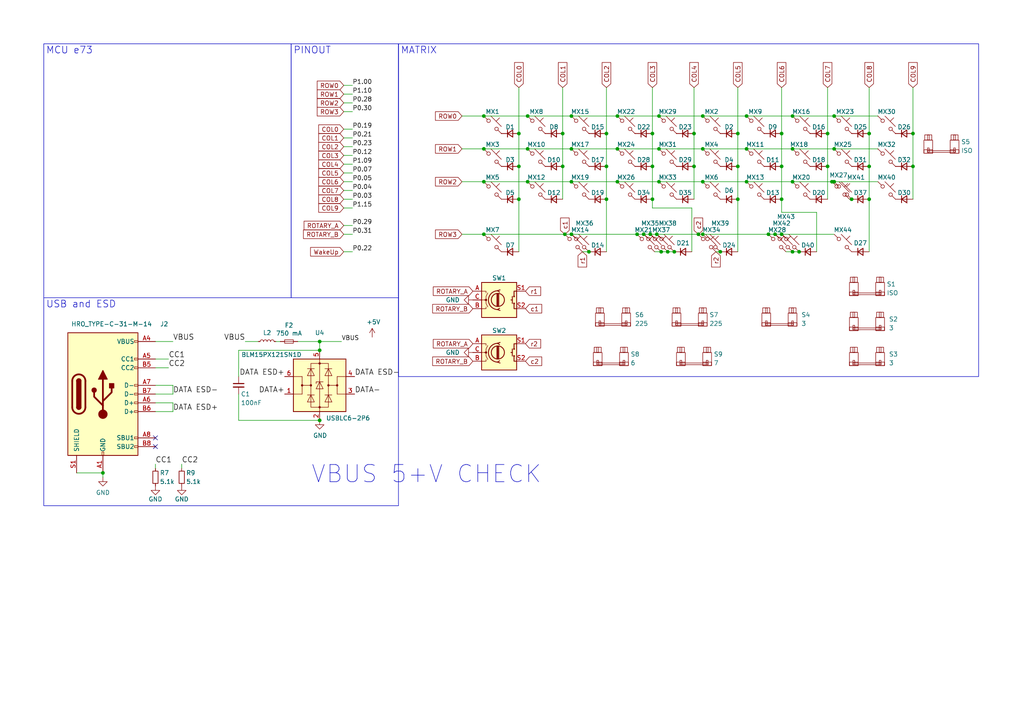
<source format=kicad_sch>
(kicad_sch (version 20231120) (generator "eeschema") (generator_version "8.0")
  (paper "A4")
  (junction (at -111.76 132.08))
  (junction (at 213.995 57.785))
  (junction (at 229.87 43.18))
  (junction (at 140.335 67.945))
  (junction (at -176.53 157.48) (diameter 0.9144))
  (junction (at -125.73 139.7))
  (junction (at 186.69 67.945))
  (junction (at 191.135 52.705))
  (junction (at 252.095 38.735))
  (junction (at 191.77 73.025))
  (junction (at -81.28 134.62))
  (junction (at 241.935 43.18))
  (junction (at -81.28 139.7))
  (junction (at -120.65 63.5))
  (junction (at -81.28 144.78))
  (junction (at -111.76 144.78) (diameter 0.9144))
  (junction (at 92.71 101.6))
  (junction (at 165.735 52.705))
  (junction (at 203.835 67.945))
  (junction (at -154.94 157.48) (diameter 0.9144))
  (junction (at 208.915 73.025))
  (junction (at 226.695 67.945))
  (junction (at -81.28 132.08))
  (junction (at 213.995 38.735))
  (junction (at 264.795 48.26))
  (junction (at -185.42 157.48) (diameter 0.9144))
  (junction (at 229.87 33.655))
  (junction (at 202.565 67.945))
  (junction (at 226.695 57.785))
  (junction (at 226.695 48.26))
  (junction (at 179.07 43.18))
  (junction (at 203.835 43.18))
  (junction (at 140.335 33.655))
  (junction (at 92.71 99.06) (diameter 0.9144))
  (junction (at -121.92 139.7) (diameter 0.9144))
  (junction (at 241.935 52.705))
  (junction (at 163.83 67.945))
  (junction (at 153.035 52.705))
  (junction (at 150.495 57.785))
  (junction (at 231.775 73.025))
  (junction (at 150.495 38.735))
  (junction (at 191.135 43.18))
  (junction (at -185.42 127))
  (junction (at 190.5 67.945))
  (junction (at -185.42 144.78) (diameter 0.9144))
  (junction (at -111.76 137.16) (diameter 0.9144))
  (junction (at 92.71 121.92))
  (junction (at 201.295 38.735))
  (junction (at -121.92 132.08) (diameter 0.9144))
  (junction (at 203.835 52.705))
  (junction (at 216.535 52.705))
  (junction (at 216.535 43.18))
  (junction (at -176.53 127))
  (junction (at 195.58 73.025))
  (junction (at 189.23 48.26))
  (junction (at -129.54 55.88))
  (junction (at 189.23 38.735))
  (junction (at 252.095 48.26))
  (junction (at 175.895 57.785))
  (junction (at 241.935 33.655))
  (junction (at 150.495 48.26))
  (junction (at -171.45 157.48) (diameter 0.9144))
  (junction (at 213.995 48.26))
  (junction (at 193.675 73.025))
  (junction (at -81.28 142.24))
  (junction (at 226.695 38.735))
  (junction (at -133.35 157.48))
  (junction (at 191.135 33.655))
  (junction (at 264.795 38.735))
  (junction (at 165.735 33.655))
  (junction (at -181.61 157.48) (diameter 0.9144))
  (junction (at 179.07 33.655))
  (junction (at -107.95 22.86))
  (junction (at 179.07 52.705))
  (junction (at 175.895 48.26))
  (junction (at 140.335 52.705))
  (junction (at 184.785 67.945))
  (junction (at 201.295 48.26))
  (junction (at 153.035 33.655))
  (junction (at -194.31 127))
  (junction (at 247.015 57.785))
  (junction (at 165.735 43.18))
  (junction (at 165.735 67.945))
  (junction (at -185.42 132.08))
  (junction (at 229.87 73.025))
  (junction (at 29.845 137.16))
  (junction (at 189.23 57.785))
  (junction (at 241.3 52.705))
  (junction (at 240.03 38.735))
  (junction (at 229.87 52.705))
  (junction (at 240.03 48.26))
  (junction (at -81.28 148.59))
  (junction (at 224.79 67.945))
  (junction (at -194.31 132.08))
  (junction (at 203.835 33.655))
  (junction (at 216.535 33.655))
  (junction (at -168.91 137.16))
  (junction (at 153.035 43.18))
  (junction (at -194.31 157.48) (diameter 0.9144))
  (junction (at 188.595 67.945))
  (junction (at 140.335 43.18))
  (junction (at 222.885 67.945))
  (junction (at 175.895 38.735))
  (junction (at 163.195 38.735))
  (junction (at 163.195 48.26))
  (junction (at 170.815 73.025))
  (junction (at -129.54 60.96))
  (junction (at -125.73 157.48))
  (junction (at 252.095 57.785))
  (no_connect (at -101.6 92.71))
  (no_connect (at -189.23 92.71))
  (no_connect (at -143.51 67.31))
  (no_connect (at -189.23 82.55))
  (no_connect (at -143.51 39.37))
  (no_connect (at -142.24 149.86))
  (no_connect (at -143.51 85.09))
  (no_connect (at -143.51 64.77))
  (no_connect (at -143.51 36.83))
  (no_connect (at 45.085 127))
  (no_connect (at -143.51 82.55))
  (no_connect (at -120.65 156.21))
  (no_connect (at 45.085 129.54))
  (wire (pts (xy 241.935 43.18) (xy 254.635 43.18)))
  (wire (pts (xy -171.45 152.4) (xy -167.64 152.4)))
  (wire (pts (xy 193.675 73.025) (xy 195.58 73.025)))
  (wire (pts (xy 99.695 40.005) (xy 102.235 40.005)))
  (wire (pts (xy 246.38 57.785) (xy 247.015 57.785)))
  (wire (pts (xy 227.965 73.025) (xy 229.87 73.025)))
  (wire (pts (xy 179.07 33.655) (xy 191.135 33.655)))
  (wire (pts (xy -133.35 153.67) (xy -133.35 157.48)))
  (wire (pts (xy 191.135 33.655) (xy 203.835 33.655)))
  (wire (pts (xy 252.095 57.785) (xy 252.095 73.025)))
  (wire (pts (xy 153.035 33.655) (xy 165.735 33.655)))
  (wire (pts (xy -185.42 127) (xy -176.53 127)))
  (wire (pts (xy 264.795 38.735) (xy 264.795 48.26)))
  (wire (pts (xy -185.42 144.78) (xy -167.64 144.78)))
  (wire (pts (xy -194.31 127) (xy -185.42 127)))
  (wire (pts (xy 133.985 33.655) (xy 140.335 33.655)))
  (wire (pts (xy -194.31 132.08) (xy -185.42 132.08)))
  (wire (pts (xy 213.995 25.4) (xy 213.995 38.735)))
  (wire (pts (xy 222.885 67.945) (xy 224.79 67.945)))
  (wire (pts (xy 189.23 38.735) (xy 189.23 48.26)))
  (wire (pts (xy -132.08 59.69) (xy -132.08 60.96)))
  (wire (pts (xy 226.695 61.595) (xy 236.855 61.595)))
  (wire (pts (xy -85.09 139.7) (xy -81.28 139.7)))
  (wire (pts (xy 92.71 99.06) (xy 99.06 99.06)))
  (wire (pts (xy -129.54 53.34) (xy -129.54 55.88)))
  (wire (pts (xy 140.335 43.18) (xy 153.035 43.18)))
  (wire (pts (xy 226.695 57.785) (xy 226.695 61.595)))
  (wire (pts (xy 229.87 73.025) (xy 231.775 73.025)))
  (wire (pts (xy -176.53 149.86) (xy -167.64 149.86)))
  (wire (pts (xy -194.31 157.48) (xy -194.31 132.08)))
  (wire (pts (xy 184.785 67.945) (xy 186.69 67.945)))
  (wire (pts (xy 252.095 25.4) (xy 252.095 38.735)))
  (wire (pts (xy 45.085 99.06) (xy 50.165 99.06)))
  (wire (pts (xy 216.535 33.655) (xy 229.87 33.655)))
  (wire (pts (xy 50.165 116.84) (xy 50.165 119.38)))
  (wire (pts (xy 150.495 25.4) (xy 150.495 38.735)))
  (wire (pts (xy -181.61 139.7) (xy -181.61 152.4)))
  (wire (pts (xy 45.085 134.62) (xy 45.085 135.89)))
  (wire (pts (xy -190.5 142.24) (xy -167.64 142.24)))
  (wire (pts (xy -143.51 57.15) (xy -132.08 57.15)))
  (wire (pts (xy 150.495 57.785) (xy 150.495 73.025)))
  (wire (pts (xy -181.61 157.48) (xy -176.53 157.48)))
  (wire (pts (xy -121.92 137.16) (xy -111.76 137.16)))
  (wire (pts (xy -185.42 157.48) (xy -181.61 157.48)))
  (wire (pts (xy 240.03 38.735) (xy 240.03 48.26)))
  (wire (pts (xy 99.695 27.305) (xy 102.235 27.305)))
  (wire (pts (xy 240.03 48.26) (xy 240.03 57.785)))
  (wire (pts (xy -125.73 151.13) (xy -125.73 157.48)))
  (wire (pts (xy 179.07 52.705) (xy 191.135 52.705)))
  (wire (pts (xy 207.645 73.025) (xy 208.915 73.025)))
  (wire (pts (xy 186.69 67.945) (xy 188.595 67.945)))
  (wire (pts (xy 226.695 25.4) (xy 226.695 38.735)))
  (wire (pts (xy 45.085 119.38) (xy 50.165 119.38)))
  (wire (pts (xy 163.195 25.4) (xy 163.195 38.735)))
  (wire (pts (xy 165.735 43.18) (xy 179.07 43.18)))
  (wire (pts (xy 200.66 60.325) (xy 200.66 73.025)))
  (wire (pts (xy 203.835 43.18) (xy 216.535 43.18)))
  (wire (pts (xy -142.24 139.7) (xy -125.73 139.7)))
  (wire (pts (xy 45.085 111.76) (xy 50.165 111.76)))
  (wire (pts (xy -81.28 132.08) (xy -81.28 134.62)))
  (wire (pts (xy 202.565 67.945) (xy 203.835 67.945)))
  (wire (pts (xy 163.195 48.26) (xy 163.195 57.785)))
  (wire (pts (xy 216.535 52.705) (xy 229.87 52.705)))
  (wire (pts (xy 191.77 73.025) (xy 193.675 73.025)))
  (wire (pts (xy 80.01 99.06) (xy 81.28 99.06)))
  (wire (pts (xy 45.085 116.84) (xy 50.165 116.84)))
  (wire (pts (xy 175.895 48.26) (xy 175.895 57.785)))
  (wire (pts (xy 69.215 121.92) (xy 92.71 121.92)))
  (wire (pts (xy -143.51 59.69) (xy -132.08 59.69)))
  (wire (pts (xy -142.24 132.08) (xy -121.92 132.08)))
  (wire (pts (xy 133.985 43.18) (xy 140.335 43.18)))
  (wire (pts (xy 241.935 52.705) (xy 254.635 52.705)))
  (wire (pts (xy 229.87 33.655) (xy 241.935 33.655)))
  (wire (pts (xy 99.695 24.765) (xy 102.235 24.765)))
  (wire (pts (xy 165.735 33.655) (xy 179.07 33.655)))
  (wire (pts (xy 191.135 52.705) (xy 203.835 52.705)))
  (wire (pts (xy 165.735 52.705) (xy 179.07 52.705)))
  (wire (pts (xy 99.695 29.845) (xy 102.235 29.845)))
  (wire (pts (xy 99.695 57.785) (xy 102.235 57.785)))
  (wire (pts (xy 189.23 57.785) (xy 189.23 60.325)))
  (wire (pts (xy 241.935 33.655) (xy 254.635 33.655)))
  (wire (pts (xy 264.795 48.26) (xy 264.795 57.785)))
  (wire (pts (xy -81.28 144.78) (xy -81.28 148.59)))
  (wire (pts (xy 229.87 52.705) (xy 241.3 52.705)))
  (wire (pts (xy -120.65 53.34) (xy -120.65 63.5)))
  (wire (pts (xy 99.695 50.165) (xy 102.235 50.165)))
  (wire (pts (xy -124.46 53.34) (xy -120.65 53.34)))
  (wire (pts (xy 213.995 38.735) (xy 213.995 48.26)))
  (wire (pts (xy 69.215 101.6) (xy 69.215 109.22)))
  (wire (pts (xy -54.61 85.09) (xy -30.48 85.09)))
  (wire (pts (xy 201.295 48.26) (xy 201.295 57.785)))
  (wire (pts (xy -168.91 137.16) (xy -167.64 137.16)))
  (wire (pts (xy 163.195 38.735) (xy 163.195 48.26)))
  (wire (pts (xy 190.5 67.945) (xy 202.565 67.945)))
  (wire (pts (xy -102.87 138.43) (xy -102.87 137.16)))
  (wire (pts (xy -81.28 142.24) (xy -81.28 144.78)))
  (wire (pts (xy -63.5 148.59) (xy -81.28 148.59)))
  (wire (pts (xy 189.865 73.025) (xy 191.77 73.025)))
  (wire (pts (xy -171.45 157.48) (xy -154.94 157.48)))
  (wire (pts (xy 224.79 67.945) (xy 226.695 67.945)))
  (wire (pts (xy 69.215 114.3) (xy 69.215 121.92)))
  (wire (pts (xy 92.71 99.06) (xy 92.71 101.6)))
  (wire (pts (xy -181.61 139.7) (xy -167.64 139.7)))
  (wire (pts (xy 133.985 67.945) (xy 140.335 67.945)))
  (wire (pts (xy 240.03 25.4) (xy 240.03 38.735)))
  (wire (pts (xy 213.995 48.26) (xy 213.995 57.785)))
  (wire (pts (xy 45.085 106.68) (xy 48.895 106.68)))
  (wire (pts (xy 45.085 104.14) (xy 48.895 104.14)))
  (wire (pts (xy -168.91 132.08) (xy -168.91 137.16)))
  (wire (pts (xy 191.135 43.18) (xy 203.835 43.18)))
  (wire (pts (xy 99.695 55.245) (xy 102.235 55.245)))
  (wire (pts (xy -167.64 132.08) (xy -168.91 132.08)))
  (wire (pts (xy 99.695 65.405) (xy 102.235 65.405)))
  (wire (pts (xy 71.12 99.06) (xy 74.93 99.06)))
  (wire (pts (xy 133.985 52.705) (xy 140.335 52.705)))
  (wire (pts (xy 264.795 25.4) (xy 264.795 38.735)))
  (wire (pts (xy -133.35 157.48) (xy -125.73 157.48)))
  (wire (pts (xy -121.92 144.78) (xy -111.76 144.78)))
  (wire (pts (xy 29.845 137.16) (xy 29.845 138.43)))
  (wire (pts (xy 99.695 32.385) (xy 102.235 32.385)))
  (wire (pts (xy -185.42 137.16) (xy -168.91 137.16)))
  (wire (pts (xy -129.54 60.96) (xy -129.54 63.5)))
  (wire (pts (xy -121.92 139.7) (xy -111.76 139.7)))
  (wire (pts (xy -176.53 157.48) (xy -171.45 157.48)))
  (wire (pts (xy 165.735 67.945) (xy 184.785 67.945)))
  (wire (pts (xy 99.695 73.025) (xy 102.235 73.025)))
  (wire (pts (xy -45.72 19.05) (xy -43.18 19.05)))
  (wire (pts (xy -111.76 157.48) (xy -111.76 144.78)))
  (wire (pts (xy 99.695 42.545) (xy 102.235 42.545)))
  (wire (pts (xy -85.09 134.62) (xy -81.28 134.62)))
  (wire (pts (xy 168.91 73.025) (xy 170.815 73.025)))
  (wire (pts (xy 140.335 33.655) (xy 153.035 33.655)))
  (wire (pts (xy 140.335 52.705) (xy 153.035 52.705)))
  (wire (pts (xy 153.035 52.705) (xy 165.735 52.705)))
  (wire (pts (xy -125.73 139.7) (xy -125.73 148.59)))
  (wire (pts (xy 150.495 48.26) (xy 150.495 57.785)))
  (wire (pts (xy 179.07 43.18) (xy 191.135 43.18)))
  (wire (pts (xy -63.5 144.78) (xy -63.5 148.59)))
  (wire (pts (xy -125.73 157.48) (xy -111.76 157.48)))
  (wire (pts (xy 153.035 43.18) (xy 165.735 43.18)))
  (wire (pts (xy 226.695 48.26) (xy 226.695 57.785)))
  (wire (pts (xy -185.42 137.16) (xy -185.42 144.78)))
  (wire (pts (xy -81.28 139.7) (xy -81.28 142.24)))
  (wire (pts (xy 99.695 47.625) (xy 102.235 47.625)))
  (wire (pts (xy -132.08 57.15) (xy -132.08 55.88)))
  (wire (pts (xy 45.085 114.3) (xy 50.165 114.3)))
  (wire (pts (xy -142.24 144.78) (xy -133.35 144.78)))
  (wire (pts (xy -132.08 55.88) (xy -129.54 55.88)))
  (wire (pts (xy 99.695 67.945) (xy 102.235 67.945)))
  (wire (pts (xy 22.225 137.16) (xy 29.845 137.16)))
  (wire (pts (xy 201.295 38.735) (xy 201.295 48.26)))
  (wire (pts (xy 203.835 67.945) (xy 222.885 67.945)))
  (wire (pts (xy 236.855 61.595) (xy 236.855 73.025)))
  (wire (pts (xy 86.36 99.06) (xy 92.71 99.06)))
  (wire (pts (xy -176.53 127) (xy -154.94 127)))
  (wire (pts (xy 213.995 57.785) (xy 213.995 73.025)))
  (wire (pts (xy 216.535 43.18) (xy 229.87 43.18)))
  (wire (pts (xy 188.595 67.945) (xy 190.5 67.945)))
  (wire (pts (xy 99.695 52.705) (xy 102.235 52.705)))
  (wire (pts (xy -176.53 149.86) (xy -176.53 152.4)))
  (wire (pts (xy -124.46 63.5) (xy -120.65 63.5)))
  (wire (pts (xy 52.705 134.62) (xy 52.705 135.89)))
  (wire (pts (xy 175.895 57.785) (xy 175.895 73.025)))
  (wire (pts (xy 203.835 33.655) (xy 216.535 33.655)))
  (wire (pts (xy -185.42 144.78) (xy -185.42 157.48)))
  (wire (pts (xy 189.23 25.4) (xy 189.23 38.735)))
  (wire (pts (xy 229.87 43.18) (xy 241.935 43.18)))
  (wire (pts (xy 150.495 38.735) (xy 150.495 48.26)))
  (wire (pts (xy 69.215 101.6) (xy 92.71 101.6)))
  (wire (pts (xy 201.295 25.4) (xy 201.295 38.735)))
  (wire (pts (xy 189.23 48.26) (xy 189.23 57.785)))
  (wire (pts (xy 175.895 38.735) (xy 175.895 48.26)))
  (wire (pts (xy 99.695 37.465) (xy 102.235 37.465)))
  (wire (pts (xy -133.35 148.59) (xy -133.35 144.78)))
  (wire (pts (xy -102.87 137.16) (xy -111.76 137.16)))
  (wire (pts (xy -194.31 157.48) (xy -185.42 157.48)))
  (wire (pts (xy 226.695 67.945) (xy 241.935 67.945)))
  (wire (pts (xy -185.42 132.08) (xy -176.53 132.08)))
  (wire (pts (xy 203.835 52.705) (xy 216.535 52.705)))
  (wire (pts (xy 252.095 48.26) (xy 252.095 57.785)))
  (wire (pts (xy 50.165 111.76) (xy 50.165 114.3)))
  (wire (pts (xy -107.95 22.86) (xy -101.6 22.86)))
  (wire (pts (xy 189.23 60.325) (xy 200.66 60.325)))
  (wire (pts (xy 140.335 67.945) (xy 163.83 67.945)))
  (wire (pts (xy 226.695 38.735) (xy 226.695 48.26)))
  (wire (pts (xy -132.08 60.96) (xy -129.54 60.96)))
  (wire (pts (xy 175.895 25.4) (xy 175.895 38.735)))
  (wire (pts (xy -190.5 142.24) (xy -190.5 137.16)))
  (wire (pts (xy -125.73 139.7) (xy -121.92 139.7)))
  (wire (pts (xy -154.94 157.48) (xy -133.35 157.48)))
  (wire (pts (xy 252.095 38.735) (xy 252.095 48.26)))
  (wire (pts (xy -121.92 132.08) (xy -111.76 132.08)))
  (wire (pts (xy -81.28 129.54) (xy -81.28 132.08)))
  (wire (pts (xy 99.695 45.085) (xy 102.235 45.085)))
  (wire (pts (xy 163.83 67.945) (xy 165.735 67.945)))
  (wire (pts (xy 99.695 60.325) (xy 102.235 60.325)))
  (wire (pts (xy 241.3 52.705) (xy 241.935 52.705)))
  (rectangle (start 84.455 12.7) (end 115.57 86.36))
  (rectangle (start 115.57 12.7) (end 283.845 109.22))
  (rectangle (start -199.39 116.84) (end -99.06 172.72))
  (rectangle (start -66.04 77.47) (end -6.35 111.76))
  (rectangle (start -66.04 11.43) (end -6.35 39.37))
  (rectangle (start -199.39 11.43) (end -68.58 111.76))
  (rectangle (start -96.52 116.84) (end -52.07 172.72))
  (rectangle (start 12.7 86.36) (end 115.57 146.685))
  (rectangle (start 12.7 12.7) (end 84.455 86.36))
  (rectangle (start -66.04 44.45) (end -6.35 72.39))
  (text "Programming header" (at -104.14 105.41 0) (effects (font (size 1.27 1.27)) (justify left bottom)))
  (text "Pull-ups for i2c" (at -66.04 10.16 0) (effects (font (size 1.27 1.27)) (justify left bottom)))
  (text "Indicator LED" (at -66.04 43.18 0) (effects (font (size 1.27 1.27)) (justify left bottom)))
  (text "Blue and Green connected to MCU GPIOs\nRed connected to charger output" (at -64.77 71.12 0) (effects (font (size 1.27 1.27)) (justify left bottom)))
  (text "MCU e73" (at 13.335 15.875 0) (effects (font (size 2 2)) (justify left bottom)))
  (text "nRF52 module with peripherals" (at -199.39 10.16 0) (effects (font (size 1.27 1.27)) (justify left bottom)))
  (text "VBUS 5+V CHECK" (at 123.698 137.668 0) (effects (font (size 5 5))))
  (text "TMR: (10 x 48 s/kOhm) * 47 kOhm = 22560s = 6.27h\nILIM: 1550 AOhm / 1500 Ohm = 1.03 A = 1030 mA\nISET: 890 AOhm / 2200 Ohm = 0.404 A = 440 mA\nEN1: 1, EN2: 0 = 475 mA MAX\nTS: 10 kOhm to GND = no OTP" (at -161.29 170.18 0) (effects (font (size 1.27 1.27)) (justify left bottom)))
  (text "AND gate for ZMK soft poweroff feature" (at -66.04 76.2 0) (effects (font (size 1.27 1.27)) (justify left bottom)))
  (text "Battery management" (at -199.39 115.57 0) (effects (font (size 1.27 1.27)) (justify left bottom)))
  (text "PINOUT" (at 85.09 15.875 0) (effects (font (size 2 2)) (justify left bottom)))
  (text "MATRIX" (at 116.205 15.875 0) (effects (font (size 2 2)) (justify left bottom)))
  (text "External LF crystal for lower idle power" (at -131.826 45.974 0) (effects (font (size 1.27 1.27)) (justify left bottom)))
  (text "External DCCH inductor for DC-DC HV input mode" (at -120.65 36.83 0) (effects (font (size 1.27 1.27)) (justify left bottom)))
  (text "USB and ESD" (at 13.335 89.535 0) (effects (font (size 2 2)) (justify left bottom)))
  (text "Fuel Gauge" (at -96.52 115.57 0) (effects (font (size 1.27 1.27)) (justify left bottom)))
  (label "P0.19" (at 102.235 37.465 0))
  (label "EN1" (at -176.53 142.24 0))
  (label "DATA+" (at -189.23 52.07 180) (effects (font (size 1.5494 1.5494))))
  (label "P0.23" (at 102.235 42.545 0))
  (label "DATA+" (at 82.55 114.3 180) (effects (font (size 1.5494 1.5494))))
  (label "CC2" (at 48.895 106.68 0) (effects (font (size 1.5494 1.5494))))
  (label "CC2" (at 52.705 134.62 0) (effects (font (size 1.5494 1.5494))))
  (label "DATA ESD-" (at 102.87 109.22 0) (effects (font (size 1.5494 1.5494))))
  (label "ILIM" (at -176.53 149.86 0))
  (label "P0.07" (at 102.235 50.165 0))
  (label "VBUS" (at 99.06 99.06 0))
  (label "TMR" (at -176.53 139.7 0))
  (label "DATA ESD-" (at 50.165 114.3 0) (effects (font (size 1.5494 1.5494))))
  (label "VBUS" (at 50.165 99.06 0) (effects (font (size 1.5494 1.5494))))
  (label "P0.28" (at 102.235 29.845 0))
  (label "P0.31" (at 102.235 67.945 0))
  (label "P1.00" (at 102.235 24.765 0))
  (label "P0.04" (at 102.235 55.245 0))
  (label "CC1" (at 45.085 134.62 0) (effects (font (size 1.5494 1.5494))))
  (label "P0.30" (at 102.235 32.385 0))
  (label "CC1" (at 48.895 104.14 0) (effects (font (size 1.5494 1.5494))))
  (label "DATA ESD+" (at 50.165 119.38 0) (effects (font (size 1.5494 1.5494))))
  (label "P0.21" (at 102.235 40.005 0))
  (label "P1.15" (at 102.235 60.325 0))
  (label "P1.09" (at 102.235 47.625 0))
  (label "DATA-" (at 102.87 114.3 0) (effects (font (size 1.5494 1.5494))))
  (label "P0.05" (at 102.235 52.705 0))
  (label "VBUS" (at 71.12 99.06 180) (effects (font (size 1.5494 1.5494))))
  (label "DATA-" (at -189.23 49.53 180) (effects (font (size 1.5494 1.5494))))
  (label "EN2" (at -176.53 144.78 0))
  (label "P1.10" (at 102.235 27.305 0))
  (label "DATA ESD+" (at 82.55 109.22 180) (effects (font (size 1.5494 1.5494))))
  (label "P0.12" (at 102.235 45.085 0))
  (label "P0.03" (at 102.235 57.785 0))
  (label "P0.29" (at 102.235 65.405 0))
  (label "P0.22" (at 102.235 73.025 0))
  (global_label "VDD" (shape bidirectional) (at -168.91 24.13 90) (property "Intersheetrefs" "${INTERSHEET_REFS}" (effects (hide yes))))
  (global_label "LED_G" (shape input) (at -35.56 55.88 0) (property "Intersheetrefs" "${INTERSHEET_REFS}" (effects (hide yes))))
  (global_label "DCCH" (shape bidirectional) (at -161.29 24.13 90) (property "Intersheetrefs" "${INTERSHEET_REFS}" (effects (hide yes))))
  (global_label "ROW3" (shape input) (at 133.985 67.945 180) (property "Intersheetrefs" "${INTERSHEET_REFS}" (effects (hide yes))))
  (global_label "ROTARY_B" (shape input) (at 137.16 89.535 180) (property "Intersheetrefs" "${INTERSHEET_REFS}" (effects (hide yes))))
  (global_label "COL6" (shape input) (at -143.51 49.53 0) (property "Intersheetrefs" "${INTERSHEET_REFS}" (effects (hide yes))))
  (global_label "~{CHG}" (shape output) (at -142.24 152.4 0) (property "Intersheetrefs" "${INTERSHEET_REFS}" (effects (hide yes))))
  (global_label "ROTARY_B" (shape input) (at 99.695 67.945 180) (property "Intersheetrefs" "${INTERSHEET_REFS}" (effects (hide yes))))
  (global_label "COL1" (shape input) (at -189.23 69.85 180) (property "Intersheetrefs" "${INTERSHEET_REFS}" (effects (hide yes))))
  (global_label "ROW1" (shape input) (at -189.23 77.47 180) (property "Intersheetrefs" "${INTERSHEET_REFS}" (effects (hide yes))))
  (global_label "LED_G" (shape input) (at -143.51 77.47 0) (property "Intersheetrefs" "${INTERSHEET_REFS}" (effects (hide yes))))
  (global_label "r1" (shape input) (at 152.4 84.455 0) (property "Intersheetrefs" "${INTERSHEET_REFS}" (effects (hide yes))))
  (global_label "ROW3" (shape input) (at 99.695 32.385 180) (property "Intersheetrefs" "${INTERSHEET_REFS}" (effects (hide yes))))
  (global_label "VDD" (shape bidirectional) (at -90.17 80.01 90) (property "Intersheetrefs" "${INTERSHEET_REFS}" (effects (hide yes))))
  (global_label "VDD" (shape bidirectional) (at -101.6 22.86 0) (property "Intersheetrefs" "${INTERSHEET_REFS}" (effects (hide yes))))
  (global_label "SDA" (shape bidirectional) (at -45.72 24.13 270) (property "Intersheetrefs" "${INTERSHEET_REFS}" (effects (hide yes))))
  (global_label "c2" (shape input) (at 152.4 104.775 0) (property "Intersheetrefs" "${INTERSHEET_REFS}" (effects (hide yes))))
  (global_label "r2" (shape input) (at 207.645 73.025 270) (property "Intersheetrefs" "${INTERSHEET_REFS}" (effects (hide yes))))
  (global_label "D-" (shape bidirectional) (at -189.23 49.53 180) (property "Intersheetrefs" "${INTERSHEET_REFS}" (effects (hide yes))))
  (global_label "VDD" (shape input) (at -50.8 55.88 180) (property "Intersheetrefs" "${INTERSHEET_REFS}" (effects (hide yes))))
  (global_label "SCL" (shape bidirectional) (at -143.51 87.63 0) (property "Intersheetrefs" "${INTERSHEET_REFS}" (effects (hide yes))))
  (global_label "COL2" (shape input) (at -189.23 74.93 180) (property "Intersheetrefs" "${INTERSHEET_REFS}" (effects (hide yes))))
  (global_label "COL1" (shape input) (at 99.695 40.005 180) (property "Intersheetrefs" "${INTERSHEET_REFS}" (effects (hide yes))))
  (global_label "VDD" (shape input) (at -54.61 85.09 90) (property "Intersheetrefs" "${INTERSHEET_REFS}" (effects (hide yes))))
  (global_label "SCL" (shape bidirectional) (at -43.18 24.13 270) (property "Intersheetrefs" "${INTERSHEET_REFS}" (effects (hide yes))))
  (global_label "COL5" (shape input) (at 99.695 50.165 180) (property "Intersheetrefs" "${INTERSHEET_REFS}" (effects (hide yes))))
  (global_label "c1" (shape input) (at 152.4 89.535 0) (property "Intersheetrefs" "${INTERSHEET_REFS}" (effects (hide yes))))
  (global_label "r1" (shape input) (at 168.91 73.025 270) (property "Intersheetrefs" "${INTERSHEET_REFS}" (effects (hide yes))))
  (global_label "ROW2" (shape input) (at -143.51 44.45 0) (property "Intersheetrefs" "${INTERSHEET_REFS}" (effects (hide yes))))
  (global_label "D+" (shape bidirectional) (at -189.23 52.07 180) (property "Intersheetrefs" "${INTERSHEET_REFS}" (effects (hide yes))))
  (global_label "COL9" (shape input) (at 99.695 60.325 180) (property "Intersheetrefs" "${INTERSHEET_REFS}" (effects (hide yes))))
  (global_label "VDD" (shape input) (at -44.45 19.05 90) (property "Intersheetrefs" "${INTERSHEET_REFS}" (effects (hide yes))))
  (global_label "SWDIO" (shape input) (at -101.6 85.09 180) (property "Intersheetrefs" "${INTERSHEET_REFS}" (effects (hide yes))))
  (global_label "ROTARY_A" (shape input) (at 137.16 99.695 180) (property "Intersheetrefs" "${INTERSHEET_REFS}" (effects (hide yes))))
  (global_label "COL0" (shape input) (at 150.495 25.4 90) (property "Intersheetrefs" "${INTERSHEET_REFS}" (effects (hide yes))))
  (global_label "SDA" (shape bidirectional) (at -63.5 137.16 0) (property "Intersheetrefs" "${INTERSHEET_REFS}" (effects (hide yes))))
  (global_label "LED_B" (shape input) (at -35.56 50.8 0) (property "Intersheetrefs" "${INTERSHEET_REFS}" (effects (hide yes))))
  (global_label "COL2" (shape input) (at 175.895 25.4 90) (property "Intersheetrefs" "${INTERSHEET_REFS}" (effects (hide yes))))
  (global_label "SWDCLK" (shape input) (at -101.6 90.17 180) (property "Intersheetrefs" "${INTERSHEET_REFS}" (effects (hide yes))))
  (global_label "COL9" (shape input) (at -143.51 92.71 0) (property "Intersheetrefs" "${INTERSHEET_REFS}" (effects (hide yes))))
  (global_label "ROTARY_A" (shape input) (at 99.695 65.405 180) (property "Intersheetrefs" "${INTERSHEET_REFS}" (effects (hide yes))))
  (global_label "wk3" (shape input) (at -45.72 95.25 180) (property "Intersheetrefs" "${INTERSHEET_REFS}" (effects (hide yes))))
  (global_label "ROW1" (shape input) (at 133.985 43.18 180) (property "Intersheetrefs" "${INTERSHEET_REFS}" (effects (hide yes))))
  (global_label "SWDCLK" (shape input) (at -189.23 34.29 180) (property "Intersheetrefs" "${INTERSHEET_REFS}" (effects (hide yes))))
  (global_label "RST" (shape input) (at -101.6 87.63 180) (property "Intersheetrefs" "${INTERSHEET_REFS}" (effects (hide yes))))
  (global_label "COL8" (shape input) (at 99.695 57.785 180) (property "Intersheetrefs" "${INTERSHEET_REFS}" (effects (hide yes))))
  (global_label "wk2" (shape input) (at -45.72 100.33 180) (property "Intersheetrefs" "${INTERSHEET_REFS}" (effects (hide yes))))
  (global_label "ROTARY_B" (shape input) (at 137.16 104.775 180) (property "Intersheetrefs" "${INTERSHEET_REFS}" (effects (hide yes))))
  (global_label "wk" (shape input) (at -189.23 72.39 180) (property "Intersheetrefs" "${INTERSHEET_REFS}" (effects (hide yes))))
  (global_label "ROW2" (shape input) (at 133.985 52.705 180) (property "Intersheetrefs" "${INTERSHEET_REFS}" (effects (hide yes))))
  (global_label "COL7" (shape input) (at 99.695 55.245 180) (property "Intersheetrefs" "${INTERSHEET_REFS}" (effects (hide yes))))
  (global_label "ROW0" (shape input) (at 133.985 33.655 180) (property "Intersheetrefs" "${INTERSHEET_REFS}" (effects (hide yes))))
  (global_label "ROTARY_A" (shape input) (at 137.16 84.455 180) (property "Intersheetrefs" "${INTERSHEET_REFS}" (effects (hide yes))))
  (global_label "COL5" (shape input) (at 213.995 25.4 90) (property "Intersheetrefs" "${INTERSHEET_REFS}" (effects (hide yes))))
  (global_label "COL7" (shape input) (at 240.03 25.4 90) (property "Intersheetrefs" "${INTERSHEET_REFS}" (effects (hide yes))))
  (global_label "c1" (shape input) (at 163.83 67.945 90) (property "Intersheetrefs" "${INTERSHEET_REFS}" (effects (hide yes))))
  (global_label "ROW3" (shape input) (at -143.51 34.29 0) (property "Intersheetrefs" "${INTERSHEET_REFS}" (effects (hide yes))))
  (global_label "ROW2" (shape input) (at 99.695 29.845 180) (property "Intersheetrefs" "${INTERSHEET_REFS}" (effects (hide yes))))
  (global_label "RST" (shape input) (at -90.17 53.34 90) (property "Intersheetrefs" "${INTERSHEET_REFS}" (effects (hide yes))))
  (global_label "wk1" (shape input) (at -45.72 90.17 180) (property "Intersheetrefs" "${INTERSHEET_REFS}" (effects (hide yes))))
  (global_label "ROW0" (shape input) (at 99.695 24.765 180) (property "Intersheetrefs" "${INTERSHEET_REFS}" (effects (hide yes))))
  (global_label "COL6" (shape input) (at 99.695 52.705 180) (property "Intersheetrefs" "${INTERSHEET_REFS}" (effects (hide yes))))
  (global_label "COL9" (shape input) (at 264.795 25.4 90) (property "Intersheetrefs" "${INTERSHEET_REFS}" (effects (hide yes))))
  (global_label "~{CHG}" (shape output) (at -35.56 60.96 0) (property "Intersheetrefs" "${INTERSHEET_REFS}" (effects (hide yes))))
  (global_label "COL8" (shape input) (at -143.51 90.17 0) (property "Intersheetrefs" "${INTERSHEET_REFS}" (effects (hide yes))))
  (global_label "ROTARY_A" (shape input) (at -143.51 95.25 0) (property "Intersheetrefs" "${INTERSHEET_REFS}" (effects (hide yes))))
  (global_label "ROTARY_B" (shape input) (at -143.51 46.99 0) (property "Intersheetrefs" "${INTERSHEET_REFS}" (effects (hide yes))))
  (global_label "LED_B" (shape input) (at -143.51 80.01 0) (property "Intersheetrefs" "${INTERSHEET_REFS}" (effects (hide yes))))
  (global_label "ALERT" (shape output) (at -63.5 132.08 0) (property "Intersheetrefs" "${INTERSHEET_REFS}" (effects (hide yes))))
  (global_label "COL6" (shape input) (at 226.695 25.4 90) (property "Intersheetrefs" "${INTERSHEET_REFS}" (effects (hide yes))))
  (global_label "DCCH" (shape bidirectional) (at -113.03 22.86 180) (property "Intersheetrefs" "${INTERSHEET_REFS}" (effects (hide yes))))
  (global_label "COL3" (shape input) (at 99.695 45.085 180) (property "Intersheetrefs" "${INTERSHEET_REFS}" (effects (hide yes))))
  (global_label "WakeUp" (shape input) (at 99.695 73.025 180) (property "Intersheetrefs" "${INTERSHEET_REFS}" (effects (hide yes))))
  (global_label "COL8" (shape input) (at 252.095 25.4 90) (property "Intersheetrefs" "${INTERSHEET_REFS}" (effects (hide yes))))
  (global_label "COL4" (shape input) (at 99.695 47.625 180) (property "Intersheetrefs" "${INTERSHEET_REFS}" (effects (hide yes))))
  (global_label "ROW1" (shape input) (at 99.695 27.305 180) (property "Intersheetrefs" "${INTERSHEET_REFS}" (effects (hide yes))))
  (global_label "RST" (shape input) (at -189.23 29.21 180) (property "Intersheetrefs" "${INTERSHEET_REFS}" (effects (hide yes))))
  (global_label "COL0" (shape input) (at -189.23 95.25 180) (property "Intersheetrefs" "${INTERSHEET_REFS}" (effects (hide yes))))
  (global_label "r2" (shape input) (at 152.4 99.695 0) (property "Intersheetrefs" "${INTERSHEET_REFS}" (effects (hide yes))))
  (global_label "COL3" (shape input) (at 189.23 25.4 90) (property "Intersheetrefs" "${INTERSHEET_REFS}" (effects (hide yes))))
  (global_label "SCL" (shape bidirectional) (at -63.5 139.7 0) (property "Intersheetrefs" "${INTERSHEET_REFS}" (effects (hide yes))))
  (global_label "ROW0" (shape input) (at -189.23 80.01 180) (property "Intersheetrefs" "${INTERSHEET_REFS}" (effects (hide yes))))
  (global_label "SWDIO" (shape input) (at -189.23 36.83 180) (property "Intersheetrefs" "${INTERSHEET_REFS}" (effects (hide yes))))
  (global_label "COL7" (shape input) (at -143.51 52.07 0) (property "Intersheetrefs" "${INTERSHEET_REFS}" (effects (hide yes))))
  (global_label "COL5" (shape input) (at -189.23 90.17 180) (property "Intersheetrefs" "${INTERSHEET_REFS}" (effects (hide yes))))
  (global_label "COL4" (shape input) (at -189.23 87.63 180) (property "Intersheetrefs" "${INTERSHEET_REFS}" (effects (hide yes))))
  (global_label "COL1" (shape input) (at 163.195 25.4 90) (property "Intersheetrefs" "${INTERSHEET_REFS}" (effects (hide yes))))
  (global_label "wk" (shape output) (at -17.78 95.25 0) (property "Intersheetrefs" "${INTERSHEET_REFS}" (effects (hide yes))))
  (global_label "COL2" (shape input) (at 99.695 42.545 180) (property "Intersheetrefs" "${INTERSHEET_REFS}" (effects (hide yes))))
  (global_label "COL0" (shape input) (at 99.695 37.465 180) (property "Intersheetrefs" "${INTERSHEET_REFS}" (effects (hide yes))))
  (global_label "c2" (shape input) (at 202.565 67.945 90) (property "Intersheetrefs" "${INTERSHEET_REFS}" (effects (hide yes))))
  (global_label "SDA" (shape bidirectional) (at -143.51 41.91 0) (property "Intersheetrefs" "${INTERSHEET_REFS}" (effects (hide yes))))
  (global_label "COL3" (shape input) (at -189.23 85.09 180) (property "Intersheetrefs" "${INTERSHEET_REFS}" (effects (hide yes))))
  (global_label "COL4" (shape input) (at 201.295 25.4 90) (property "Intersheetrefs" "${INTERSHEET_REFS}" (effects (hide yes))))
  (symbol (lib_id "Device:D_Small") (at 224.155 57.785 0) (unit 1)
    (property "Reference" "D13" (at 224.155 55.88 0))
    (property "Value" "D_Small" (effects (hide yes)))
    (property "Footprint" "Diode_SMD:D_SOD-123F" (effects (hide yes)))
    (property "Sim.Device" "D" (effects (hide yes)))
    (property "Sim.Pins" "1=K 2=A" (effects (hide yes)))
  )
  (symbol (lib_id "power:GND") (at -90.17 27.94 0) (unit 1)
    (property "Reference" "#PWR021" (effects (hide yes)))
    (property "Value" "GND" (at -90.17 32.385 0))
  )
  (symbol (lib_id "PCM_marbastlib-mx:MX_stab") (at 251.46 83.185 0) (unit 1) (in_bom no) (on_board no)
    (property "Reference" "S1" (at 257.175 82.423 0) (effects (justify left)))
    (property "Value" "ISO" (at 257.175 84.963 0) (effects (justify left)))
    (property "Footprint" "PCM_marbastlib-mx:STAB_MX_P_ISO" (effects (hide yes)))
  )
  (symbol (lib_id "power:GND") (at 52.705 140.97 0) (unit 1)
    (property "Reference" "#PWR015" (effects (hide yes)))
    (property "Value" "GND" (at 52.705 144.78 0))
  )
  (symbol (lib_id "Device:R_Small") (at -45.72 21.59 0) (unit 1)
    (property "Reference" "R1" (at -48.26 20.3199 0) (effects (justify right)))
    (property "Value" "10k" (at -48.26 22.8599 0) (effects (justify right)))
    (property "Footprint" "Resistor_SMD:R_0402_1005Metric" (effects (hide yes)))
    (property "LCSC" "C25744" (effects (hide yes)))
  )
  (symbol (lib_id "PCM_marbastlib-mx:MX_SW_solder") (at 168.275 45.72 0) (unit 1)
    (property "Reference" "MX17" (at 168.275 41.91 0))
    (property "Value" "MX_SW_solder" (effects (hide yes)))
    (property "Footprint" "PCM_marbastlib-mx:SW_MX_1u" (effects (hide yes)))
  )
  (symbol (lib_id "power:+BATT") (at -125.73 139.7 0) (unit 1)
    (property "Reference" "#PWR035" (effects (hide yes)))
    (property "Value" "+BATT" (at -125.73 134.62 0))
  )
  (symbol (lib_id "Device:R_Small") (at -133.35 151.13 0) (unit 1)
    (property "Reference" "R13" (at -130.81 149.86 0) (effects (justify left)))
    (property "Value" "10k" (at -130.81 152.4 0) (effects (justify left)))
    (property "Footprint" "Resistor_SMD:R_0402_1005Metric" (effects (hide yes)))
    (property "LCSC" "C25744" (effects (hide yes)))
  )
  (symbol (lib_id "Device:D_Small") (at 211.455 48.26 0) (unit 1)
    (property "Reference" "D4" (at 211.455 46.355 0))
    (property "Value" "D_Small" (effects (hide yes)))
    (property "Footprint" "Diode_SMD:D_SOD-123F" (effects (hide yes)))
    (property "Sim.Device" "D" (effects (hide yes)))
    (property "Sim.Pins" "1=K 2=A" (effects (hide yes)))
  )
  (symbol (lib_id "PCM_marbastlib-mx:MX_SW_solder") (at 244.475 36.195 0) (unit 1)
    (property "Reference" "MX23" (at 245.11 32.385 0))
    (property "Value" "MX_SW_solder" (effects (hide yes)))
    (property "Footprint" "PCM_marbastlib-mx:SW_MX_1u" (effects (hide yes)))
  )
  (symbol (lib_id "Device:D_Small") (at 173.355 48.26 0) (unit 1)
    (property "Reference" "D17" (at 173.355 46.355 0))
    (property "Value" "D_Small" (effects (hide yes)))
    (property "Footprint" "Diode_SMD:D_SOD-123F" (effects (hide yes)))
    (property "Sim.Device" "D" (effects (hide yes)))
    (property "Sim.Pins" "1=K 2=A" (effects (hide yes)))
  )
  (symbol (lib_id "PCM_marbastlib-mx:MX_SW_solder") (at 189.23 70.485 0) (unit 1)
    (property "Reference" "MX35" (at 188.595 64.77 0))
    (property "Value" "MX_SW_solder" (effects (hide yes)))
    (property "Footprint" "PCM_marbastlib-mx:SW_MX_1u" (effects (hide yes)))
  )
  (symbol (lib_id "Device:C_Small") (at 69.215 111.76 0) (unit 1)
    (property "Reference" "C1" (at 69.85 114.3 0) (effects (justify left)))
    (property "Value" "100nF" (at 69.85 116.84 0) (effects (justify left)))
    (property "Footprint" "Capacitor_SMD:C_0402_1005Metric" (effects (hide yes)))
  )
  (symbol (lib_id "Device:R_Small") (at 45.085 138.43 0) (unit 1)
    (property "Reference" "R7" (at 46.355 137.1599 0) (effects (justify left)))
    (property "Value" "5.1k" (at 46.355 139.6999 0) (effects (justify left)))
    (property "Footprint" "Resistor_SMD:R_0402_1005Metric" (effects (hide yes)))
  )
  (symbol (lib_id "PCM_marbastlib-various:LED_MHT151RGBCT") (at -45.72 55.88 180) (unit 1)
    (property "Reference" "LED1" (at -53.34 49.53 0))
    (property "Value" "IND" (at -53.34 52.07 0))
    (property "Footprint" "PCM_marbastlib-various:LED_1206R" (effects (hide yes)))
    (property "Datasheet" "https://datasheet.lcsc.com/lcsc/2104121904_MEIHUA-MHT151RGBCT_C409782.pdf" (effects (hide yes)))
    (property "LCSC" "C2802677" (effects (hide yes)))
  )
  (symbol (lib_id "Device:R_Small") (at -171.45 154.94 0) (unit 1)
    (property "Reference" "R16" (at -172.72 160.02 0) (effects (justify left)))
    (property "Value" "2k2" (at -172.72 162.56 0) (effects (justify left)))
    (property "Footprint" "Resistor_SMD:R_0402_1005Metric" (effects (hide yes)))
    (property "LCSC" "C25879" (effects (hide yes)))
  )
  (symbol (lib_id "PCM_marbastlib-mx:MX_SW_solder") (at 166.37 70.485 0) (unit 1)
    (property "Reference" "MX14" (at 168.275 66.675 0))
    (property "Value" "MX_SW_solder" (effects (hide yes)))
    (property "Footprint" "PCM_marbastlib-mx:SW_MX_1u" (effects (hide yes)))
  )
  (symbol (lib_id "PCM_marbastlib-mx:MX_SW_solder") (at 225.425 70.485 0) (unit 1)
    (property "Reference" "MX28" (at 225.425 66.675 0))
    (property "Value" "MX_SW_solder" (effects (hide yes)))
    (property "Footprint" "PCM_marbastlib-mx:SW_MX_1u" (effects (hide yes)))
  )
  (symbol (lib_id "PCM_marbastlib-mx:MX_SW_solder") (at 232.41 45.72 0) (unit 1)
    (property "Reference" "MX18" (at 231.775 41.91 0))
    (property "Value" "MX_SW_solder" (effects (hide yes)))
    (property "Footprint" "PCM_marbastlib-mx:SW_MX_1u" (effects (hide yes)))
  )
  (symbol (lib_id "Power_Protection:USBLC6-2P6") (at 92.71 111.76 0) (unit 1)
    (property "Reference" "U4" (at 92.71 96.52 0))
    (property "Value" "USBLC6-2P6" (at 100.965 121.285 0))
    (property "Footprint" "Package_TO_SOT_SMD:SOT-666" (effects (hide yes)))
    (property "Datasheet" "https://www.st.com/resource/en/datasheet/usblc6-2.pdf" (effects (hide yes)))
    (property "LCSC" "C15999" (effects (hide yes)))
  )
  (symbol (lib_id "Device:D_Small") (at 147.955 48.26 0) (unit 1)
    (property "Reference" "D3" (at 147.955 46.355 0))
    (property "Value" "D_Small" (effects (hide yes)))
    (property "Footprint" "Diode_SMD:D_SOD-123F" (effects (hide yes)))
    (property "Sim.Device" "D" (effects (hide yes)))
    (property "Sim.Pins" "1=K 2=A" (effects (hide yes)))
  )
  (symbol (lib_id "PCM_marbastlib-various:TC2030_SWD") (at -95.25 90.17 0) (unit 1) (in_bom no) (dnp yes)
    (property "Reference" "J1" (at -87.63 87.63 0) (effects (justify left)))
    (property "Value" "TC2030_SWD" (at -87.63 90.17 0) (effects (justify left)))
    (property "Footprint" "PCM_marbastlib-various:CON_TC2030_outlined" (effects (hide yes)))
    (property "Datasheet" " ~" (effects (hide yes)))
  )
  (symbol (lib_id "Device:D_Small") (at 186.69 48.26 0) (unit 1)
    (property "Reference" "D28" (at 186.69 46.355 0))
    (property "Value" "D_Small" (effects (hide yes)))
    (property "Footprint" "Diode_SMD:D_SOD-123F" (effects (hide yes)))
    (property "Sim.Device" "D" (effects (hide yes)))
    (property "Sim.Pins" "1=K 2=A" (effects (hide yes)))
  )
  (symbol (lib_id "Device:D_Small") (at 262.255 38.735 0) (unit 1)
    (property "Reference" "D26" (at 262.255 36.83 0))
    (property "Value" "D_Small" (effects (hide yes)))
    (property "Footprint" "Diode_SMD:D_SOD-123F" (effects (hide yes)))
    (property "Sim.Device" "D" (effects (hide yes)))
    (property "Sim.Pins" "1=K 2=A" (effects (hide yes)))
  )
  (symbol (lib_id "power:GND") (at -166.37 105.41 0) (unit 1)
    (property "Reference" "#PWR028" (effects (hide yes)))
    (property "Value" "GND" (at -166.37 109.855 0))
  )
  (symbol (lib_id "PCM_marbastlib-mx:MX_SW_solder") (at 243.84 55.245 0) (unit 1)
    (property "Reference" "MX27" (at 243.205 50.8 0))
    (property "Value" "MX_SW_solder" (effects (hide yes)))
    (property "Footprint" "PCM_marbastlib-mx:SW_MX_1u" (effects (hide yes)))
  )
  (symbol (lib_id "Device:R_Small") (at -181.61 154.94 0) (unit 1)
    (property "Reference" "R14" (at -182.88 160.02 0) (effects (justify left)))
    (property "Value" "47k" (at -182.88 162.56 0) (effects (justify left)))
    (property "Footprint" "Resistor_SMD:R_0402_1005Metric" (effects (hide yes)))
    (property "LCSC" "C25792" (effects (hide yes)))
  )
  (symbol (lib_id "PCM_marbastlib-mx:MX_SW_solder") (at 244.475 70.485 0) (unit 1)
    (property "Reference" "MX44" (at 244.475 66.675 0))
    (property "Value" "MX_SW_solder" (effects (hide yes)))
    (property "Footprint" "PCM_marbastlib-mx:SW_MX_1.25u" (effects (hide yes)))
  )
  (symbol (lib_id "Device:D_Small") (at 237.49 38.735 0) (unit 1)
    (property "Reference" "D16" (at 237.49 36.83 0))
    (property "Value" "D_Small" (effects (hide yes)))
    (property "Footprint" "Diode_SMD:D_SOD-123F" (effects (hide yes)))
    (property "Sim.Device" "D" (effects (hide yes)))
    (property "Sim.Pins" "1=K 2=A" (effects (hide yes)))
  )
  (symbol (lib_id "Connector:USB_C_Receptacle_USB2.0") (at 29.845 114.3 0) (unit 1)
    (property "Reference" "J2" (at 47.625 93.98 0))
    (property "Value" "HRO_TYPE-C-31-M-14" (at 32.385 93.98 0))
    (property "Footprint" "PCM_marbastlib-various:USB_C_Receptacle_HRO_TYPE-C-31-M-12" (effects (hide yes)))
    (property "Datasheet" "https://www.usb.org/sites/default/files/documents/usb_type-c.zip" (effects (hide yes)))
  )
  (symbol (lib_id "power:+5V") (at 107.95 97.79 0) (unit 1)
    (property "Reference" "#PWR03" (effects (hide yes)))
    (property "Value" "+5V" (at 108.331 93.3958 0))
  )
  (symbol (lib_id "PCM_marbastlib-mx:MX_SW_solder") (at 168.275 55.245 0) (unit 1)
    (property "Reference" "MX19" (at 168.275 51.435 0))
    (property "Value" "MX_SW_solder" (effects (hide yes)))
    (property "Footprint" "PCM_marbastlib-mx:SW_MX_1u" (effects (hide yes)))
  )
  (symbol (lib_id "Device:D_Small") (at 249.555 57.785 0) (unit 1)
    (property "Reference" "D37" (at 249.555 55.88 0))
    (property "Value" "D_Small" (effects (hide yes)))
    (property "Footprint" "Diode_SMD:D_SOD-123F" (effects (hide yes)))
    (property "Sim.Device" "D" (effects (hide yes)))
    (property "Sim.Pins" "1=K 2=A" (effects (hide yes)))
  )
  (symbol (lib_id "Device:D_Small") (at 234.315 73.025 0) (unit 1)
    (property "Reference" "D40" (at 234.315 71.12 0))
    (property "Value" "D_Small" (effects (hide yes)))
    (property "Footprint" "Diode_SMD:D_SOD-123F" (effects (hide yes)))
    (property "Sim.Device" "D" (effects (hide yes)))
    (property "Sim.Pins" "1=K 2=A" (effects (hide yes)))
  )
  (symbol (lib_id "Device:D_Small") (at 160.655 48.26 0) (unit 1)
    (property "Reference" "D10" (at 160.655 46.355 0))
    (property "Value" "D_Small" (effects (hide yes)))
    (property "Footprint" "Diode_SMD:D_SOD-123F" (effects (hide yes)))
    (property "Sim.Device" "D" (effects (hide yes)))
    (property "Sim.Pins" "1=K 2=A" (effects (hide yes)))
  )
  (symbol (lib_id "Device:D_Small") (at 147.955 73.025 0) (unit 1)
    (property "Reference" "D7" (at 147.955 71.12 0))
    (property "Value" "D_Small" (effects (hide yes)))
    (property "Footprint" "Diode_SMD:D_SOD-123F" (effects (hide yes)))
    (property "Sim.Device" "D" (effects (hide yes)))
    (property "Sim.Pins" "1=K 2=A" (effects (hide yes)))
  )
  (symbol (lib_id "power:GND") (at -54.61 90.17 0) (unit 1)
    (property "Reference" "#PWR026" (effects (hide yes)))
    (property "Value" "GND" (at -54.61 95.25 0))
  )
  (symbol (lib_id "PCM_marbastlib-mx:MX_SW_solder") (at 142.875 36.195 0) (unit 1)
    (property "Reference" "MX1" (at 142.875 32.385 0))
    (property "Value" "MX_SW_solder" (effects (hide yes)))
    (property "Footprint" "PCM_marbastlib-mx:SW_MX_1u" (effects (hide yes)))
  )
  (symbol (lib_id "PCM_marbastlib-mx:MX_stab") (at 251.46 103.505 0) (unit 1)
    (property "Reference" "S3" (at 257.81 102.743 0) (effects (justify left)))
    (property "Value" "3" (at 257.81 105.283 0) (effects (justify left)))
    (property "Footprint" "PCM_marbastlib-mx:STAB_MX_P_3u" (effects (hide yes)))
  )
  (symbol (lib_id "PCM_marbastlib-mx:MX_SW_solder") (at 142.875 55.245 0) (unit 1)
    (property "Reference" "MX5" (at 142.875 51.435 0))
    (property "Value" "MX_SW_solder" (effects (hide yes)))
    (property "Footprint" "PCM_marbastlib-mx:SW_MX_1.5u" (effects (hide yes)))
  )
  (symbol (lib_id "PCM_marbastlib-mx:MX_SW_solder") (at 257.175 45.72 0) (unit 1)
    (property "Reference" "MX32" (at 257.175 41.91 0))
    (property "Value" "MX_SW_solder" (effects (hide yes)))
    (property "Footprint" "PCM_marbastlib-mx:SW_MX_1u" (effects (hide yes)))
  )
  (symbol (lib_id "PCM_marbastlib-mx:MX_SW_solder") (at 181.61 36.195 0) (unit 1)
    (property "Reference" "MX22" (at 181.61 32.385 0))
    (property "Value" "MX_SW_solder" (effects (hide yes)))
    (property "Footprint" "PCM_marbastlib-mx:SW_MX_1u" (effects (hide yes)))
  )
  (symbol (lib_id "Device:R_Small") (at -38.1 60.96 90) (unit 1)
    (property "Reference" "R12" (at -22.86 59.69 90))
    (property "Value" "1k" (at -22.86 62.23 90))
    (property "Footprint" "Resistor_SMD:R_0402_1005Metric" (effects (hide yes)))
    (property "LCSC" "C11702" (effects (hide yes)))
  )
  (symbol (lib_id "Device:D_Small") (at 173.355 57.785 0) (unit 1)
    (property "Reference" "D19" (at 173.355 55.88 0))
    (property "Value" "D_Small" (effects (hide yes)))
    (property "Footprint" "Diode_SMD:D_SOD-123F" (effects (hide yes)))
    (property "Sim.Device" "D" (effects (hide yes)))
    (property "Sim.Pins" "1=K 2=A" (effects (hide yes)))
  )
  (symbol (lib_id "Device:L_Small") (at -110.49 22.86 90) (unit 1)
    (property "Reference" "L1" (at -110.49 17.78 90))
    (property "Value" "10 uH" (at -110.49 20.32 90))
    (property "Footprint" "Inductor_SMD:L_0603_1608Metric" (effects (hide yes)))
    (property "Notes" "80 mA, 20%" (effects (hide yes)))
    (property "LCSC" "C92982" (effects (hide yes)))
  )
  (symbol (lib_id "Device:D_Small") (at 186.69 38.735 0) (unit 1)
    (property "Reference" "D22" (at 186.69 36.83 0))
    (property "Value" "D_Small" (effects (hide yes)))
    (property "Footprint" "Diode_SMD:D_SOD-123F" (effects (hide yes)))
    (property "Sim.Device" "D" (effects (hide yes)))
    (property "Sim.Pins" "1=K 2=A" (effects (hide yes)))
  )
  (symbol (lib_id "power:GND") (at -194.31 157.48 0) (unit 1)
    (property "Reference" "#PWR037" (effects (hide yes)))
    (property "Value" "GND" (at -194.183 161.8742 0))
  )
  (symbol (lib_id "PCM_marbastlib-mx:MX_SW_solder") (at 232.41 55.245 0) (unit 1)
    (property "Reference" "MX20" (at 232.41 51.435 0))
    (property "Value" "MX_SW_solder" (effects (hide yes)))
    (property "Footprint" "PCM_marbastlib-mx:SW_MX_1u" (effects (hide yes)))
  )
  (symbol (lib_id "power:+VSW") (at -111.76 132.08 0) (unit 1)
    (property "Reference" "#PWR032" (effects (hide yes)))
    (property "Value" "+VSW" (at -111.76 127 0))
  )
  (symbol (lib_id "power:+5V") (at -194.31 127 0) (unit 1)
    (property "Reference" "#PWR030" (effects (hide yes)))
    (property "Value" "+5V" (at -193.929 122.6058 0))
  )
  (symbol (lib_id "Switch:SW_Push") (at -90.17 58.42 270) (unit 1)
    (property "Reference" "SW3" (at -86.36 57.15 90) (effects (justify left)))
    (property "Value" "RST" (at -86.36 59.69 90) (effects (justify left)))
    (property "Footprint" "PCM_marbastlib-various:SW_T1A2QR" (effects (hide yes)))
    (property "LCSC" "C100056" (effects (hide yes)))
  )
  (symbol (lib_id "Device:C_Small") (at -78.74 25.4 0) (unit 1)
    (property "Reference" "C8" (at -76.2 24.1363 0) (effects (justify left)))
    (property "Value" "4u7" (at -76.2 26.6763 0) (effects (justify left)))
    (property "Footprint" "Capacitor_SMD:C_0402_1005Metric" (effects (hide yes)))
    (property "Notes" "X7R, 10%" (effects (hide yes)))
    (property "LCSC" "C23733" (effects (hide yes)))
  )
  (symbol (lib_id "PCM_marbastlib-mx:MX_SW_solder") (at 244.475 55.245 0) (unit 1)
    (property "Reference" "MX41" (at 248.285 51.435 0))
    (property "Value" "MX_SW_solder" (effects (hide yes)))
    (property "Footprint" "PCM_marbastlib-mx:SW_MX_1.5u" (effects (hide yes)))
  )
  (symbol (lib_id "PCM_marbastlib-various:nRF52840_E73-2G4M08S1C") (at -166.37 64.77 0) (unit 1)
    (property "Reference" "U1" (at -152.4 22.86 0))
    (property "Value" "nRF52840_E73-2G4M08S1C" (at -139.7 25.4 0))
    (property "Footprint" "PCM_marbastlib-various:nRF52840_E73-2G4M08S1C" (effects (hide yes)))
    (property "Datasheet" "https://www.ebyte.com/en/downpdf.aspx?id=445" (effects (hide yes)))
    (property "LCSC" "C356849" (effects (hide yes)))
  )
  (symbol (lib_id "PCM_marbastlib-mx:MX_SW_solder") (at 168.275 36.195 0) (unit 1)
    (property "Reference" "MX15" (at 168.275 32.385 0))
    (property "Value" "MX_SW_solder" (effects (hide yes)))
    (property "Footprint" "PCM_marbastlib-mx:SW_MX_1u" (effects (hide yes)))
  )
  (symbol (lib_id "Device:D_Small") (at 249.555 48.26 0) (unit 1)
    (property "Reference" "D31" (at 249.555 46.355 0))
    (property "Value" "D_Small" (effects (hide yes)))
    (property "Footprint" "Diode_SMD:D_SOD-123F" (effects (hide yes)))
    (property "Sim.Device" "D" (effects (hide yes)))
    (property "Sim.Pins" "1=K 2=A" (effects (hide yes)))
  )
  (symbol (lib_id "Device:C_Small") (at -176.53 129.54 0) (unit 1)
    (property "Reference" "C14" (at -173.99 128.2763 0) (effects (justify left)))
    (property "Value" "1u" (at -173.99 130.8163 0) (effects (justify left)))
    (property "Footprint" "Capacitor_SMD:C_0402_1005Metric" (effects (hide yes)))
    (property "LCSC" "C52923" (effects (hide yes)))
    (property "Notes" "X7R, 10%" (effects (hide yes)))
  )
  (symbol (lib_id "PCM_marbastlib-mx:MX_stab") (at 251.46 93.345 0) (unit 1)
    (property "Reference" "S2" (at 257.81 92.583 0) (effects (justify left)))
    (property "Value" "3" (at 257.81 95.123 0) (effects (justify left)))
    (property "Footprint" "PCM_marbastlib-mx:STAB_MX_P_3u" (effects (hide yes)))
  )
  (symbol (lib_id "PCM_marbastlib-mx:MX_stab") (at 201.295 103.505 0) (unit 1)
    (property "Reference" "S9" (at 207.01 102.743 0) (effects (justify left)))
    (property "Value" "7" (at 207.01 105.283 0) (effects (justify left)))
    (property "Footprint" "PCM_marbastlib-mx:STAB_MX_P_7u" (effects (hide yes)))
  )
  (symbol (lib_id "Device:C_Small") (at -127 63.5 90) (unit 1)
    (property "Reference" "C10" (at -127 69.3166 90))
    (property "Value" "12p" (at -127 67.0052 90))
    (property "Footprint" "Capacitor_SMD:C_0402_1005Metric" (effects (hide yes)))
    (property "Notes" "NP0, 2%" (effects (hide yes)))
    (property "LCSC" "C1547" (effects (hide yes)))
  )
  (symbol (lib_id "PCM_marbastlib-mx:MX_SW_solder") (at 206.375 70.485 0) (unit 1)
    (property "Reference" "MX39" (at 208.915 64.77 0))
    (property "Value" "MX_SW_solder" (effects (hide yes)))
    (property "Footprint" "PCM_marbastlib-mx:SW_MX_1u" (effects (hide yes)))
  )
  (symbol (lib_id "Device:C_Small") (at -111.76 134.62 0) (unit 1)
    (property "Reference" "C16" (at -109.4232 133.4516 0) (effects (justify left)))
    (property "Value" "1u" (at -109.4232 135.763 0) (effects (justify left)))
    (property "Footprint" "Capacitor_SMD:C_0402_1005Metric" (effects (hide yes)))
    (property "LCSC" "C52923" (effects (hide yes)))
    (property "Notes" "X7R, 10%" (effects (hide yes)))
  )
  (symbol (lib_id "Device:Crystal_Small") (at -129.54 58.42 90) (unit 1)
    (property "Reference" "Y1" (at -127 57.15 90) (effects (justify right)))
    (property "Value" "32.768 KHz" (at -127 59.69 90) (effects (justify right)))
    (property "Footprint" "Crystal:Crystal_SMD_2012-2Pin_2.0x1.2mm" (effects (hide yes)))
    (property "Datasheet" "https://datasheet.lcsc.com/szlcsc/KDS-Daishinku-KDS-32-768KHz-12-5PF-20ppm_C93231.pdf" (effects (hide yes)))
    (property "LCSC" "C55208" (effects (hide yes)))
  )
  (symbol (lib_id "Device:D_Small") (at 224.155 38.735 0) (unit 1)
    (property "Reference" "D9" (at 225.425 36.83 0) (effects (justify right)))
    (property "Value" "D_Small" (effects (hide yes)))
    (property "Footprint" "Diode_SMD:D_SOD-123F" (effects (hide yes)))
    (property "Sim.Device" "D" (effects (hide yes)))
    (property "Sim.Pins" "1=K 2=A" (effects (hide yes)))
  )
  (symbol (lib_id "power:GND") (at 92.71 121.92 0) (unit 1)
    (property "Reference" "#PWR012" (effects (hide yes)))
    (property "Value" "GND" (at 92.837 126.3142 0))
  )
  (symbol (lib_id "Device:D_Small") (at 211.455 73.025 0) (unit 1)
    (property "Reference" "D24" (at 211.455 71.12 0))
    (property "Value" "D_Small" (effects (hide yes)))
    (property "Footprint" "Diode_SMD:D_SOD-123F" (effects (hide yes)))
    (property "Sim.Device" "D" (effects (hide yes)))
    (property "Sim.Pins" "1=K 2=A" (effects (hide yes)))
  )
  (symbol (lib_id "Device:R_Small") (at -38.1 55.88 90) (unit 1)
    (property "Reference" "R11" (at -22.86 54.61 90))
    (property "Value" "1k" (at -22.86 57.15 90))
    (property "Footprint" "Resistor_SMD:R_0402_1005Metric" (effects (hide yes)))
    (property "LCSC" "C11702" (effects (hide yes)))
  )
  (symbol (lib_id "power:GND") (at 29.845 138.43 0) (unit 1)
    (property "Reference" "#PWR013" (effects (hide yes)))
    (property "Value" "GND" (at 29.845 142.875 0))
  )
  (symbol (lib_id "PCM_marbastlib-mx:MX_SW_solder") (at 229.235 70.485 0) (unit 1)
    (property "Reference" "MX43" (at 227.965 62.865 0))
    (property "Value" "MX_SW_solder" (effects (hide yes)))
    (property "Footprint" "PCM_marbastlib-mx:SW_MX_1.75u" (effects (hide yes)))
  )
  (symbol (lib_id "Device:L_Small") (at 77.47 99.06 90) (unit 1)
    (property "Reference" "L2" (at 77.47 96.52 90))
    (property "Value" "BLM15PX121SN1D" (at 78.74 102.87 90))
    (property "Footprint" "Inductor_SMD:L_0402_1005Metric" (effects (hide yes)))
    (property "LCSC" "C88970" (effects (hide yes)))
  )
  (symbol (lib_id "PCM_marbastlib-mx:MX_SW_solder") (at 191.135 70.485 0) (unit 1)
    (property "Reference" "MX37" (at 191.77 66.675 0))
    (property "Value" "MX_SW_solder" (effects (hide yes)))
    (property "Footprint" "PCM_marbastlib-mx:SW_MX_1u" (effects (hide yes)))
  )
  (symbol (lib_id "Device:C_Small") (at -194.31 129.54 0) (unit 1)
    (property "Reference" "C12" (at -191.77 128.2763 0) (effects (justify left)))
    (property "Value" "4u7" (at -191.77 130.8163 0) (effects (justify left)))
    (property "Footprint" "Capacitor_SMD:C_0402_1005Metric" (effects (hide yes)))
    (property "LCSC" "C23733" (effects (hide yes)))
    (property "Notes" "X7R, 10%" (effects (hide yes)))
  )
  (symbol (lib_id "Device:D_Small") (at 147.955 57.785 0) (unit 1)
    (property "Reference" "D5" (at 147.955 55.88 0))
    (property "Value" "D_Small" (effects (hide yes)))
    (property "Footprint" "Diode_SMD:D_SOD-123F" (effects (hide yes)))
    (property "Sim.Device" "D" (effects (hide yes)))
    (property "Sim.Pins" "1=K 2=A" (effects (hide yes)))
  )
  (symbol (lib_id "PCM_marbastlib-mx:MX_SW_solder") (at 142.875 70.485 0) (unit 1)
    (property "Reference" "MX7" (at 142.875 66.675 0))
    (property "Value" "MX_SW_solder" (effects (hide yes)))
    (property "Footprint" "PCM_marbastlib-mx:SW_MX_1.25u" (effects (hide yes)))
  )
  (symbol (lib_id "Device:D_Small") (at 237.49 57.785 0) (unit 1)
    (property "Reference" "D20" (at 237.49 55.88 0))
    (property "Value" "D_Small" (effects (hide yes)))
    (property "Footprint" "Diode_SMD:D_SOD-123F" (effects (hide yes)))
    (property "Sim.Device" "D" (effects (hide yes)))
    (property "Sim.Pins" "1=K 2=A" (effects (hide yes)))
  )
  (symbol (lib_id "PCM_marbastlib-mx:MX_SW_solder") (at 232.41 36.195 0) (unit 1)
    (property "Reference" "MX16" (at 232.41 32.385 0))
    (property "Value" "MX_SW_solder" (effects (hide yes)))
    (property "Footprint" "PCM_marbastlib-mx:SW_MX_1u" (effects (hide yes)))
  )
  (symbol (lib_id "Device:D_Small") (at 211.455 38.735 0) (unit 1)
    (property "Reference" "D2" (at 211.455 36.83 0))
    (property "Value" "D_Small" (effects (hide yes)))
    (property "Footprint" "Diode_SMD:D_SOD-123F" (effects (hide yes)))
    (property "Sim.Device" "D" (effects (hide yes)))
    (property "Sim.Pins" "1=K 2=A" (effects (hide yes)))
  )
  (symbol (lib_id "Device:R_Small") (at -38.1 50.8 90) (unit 1)
    (property "Reference" "R10" (at -22.86 49.53 90))
    (property "Value" "1k" (at -22.86 52.07 90))
    (property "Footprint" "Resistor_SMD:R_0402_1005Metric" (effects (hide yes)))
    (property "LCSC" "C11702" (effects (hide yes)))
  )
  (symbol (lib_id "Device:C_Small") (at -111.76 142.24 0) (unit 1)
    (property "Reference" "C19" (at -109.4232 141.0716 0) (effects (justify left)))
    (property "Value" "1u" (at -109.4232 143.383 0) (effects (justify left)))
    (property "Footprint" "Capacitor_SMD:C_0402_1005Metric" (effects (hide yes)))
    (property "LCSC" "C52923" (effects (hide yes)))
    (property "Notes" "X7R, 10%" (effects (hide yes)))
  )
  (symbol (lib_id "power:+VSW") (at -163.83 24.13 0) (unit 1)
    (property "Reference" "#PWR019" (effects (hide yes)))
    (property "Value" "+VSW" (at -163.83 17.78 90))
  )
  (symbol (lib_id "Device:D_Small") (at 173.355 38.735 0) (unit 1)
    (property "Reference" "D15" (at 173.355 36.83 0))
    (property "Value" "D_Small" (effects (hide yes)))
    (property "Footprint" "Diode_SMD:D_SOD-123F" (effects (hide yes)))
    (property "Sim.Device" "D" (effects (hide yes)))
    (property "Sim.Pins" "1=K 2=A" (effects (hide yes)))
  )
  (symbol (lib_id "PCM_marbastlib-mx:MX_stab") (at 226.06 92.075 0) (unit 1)
    (property "Reference" "S4" (at 232.41 91.313 0) (effects (justify left)))
    (property "Value" "3" (at 232.41 93.853 0) (effects (justify left)))
    (property "Footprint" "PCM_marbastlib-mx:STAB_MX_P_3u" (effects (hide yes)))
  )
  (symbol (lib_id "Device:C_Small") (at -107.95 25.4 0) (unit 1)
    (property "Reference" "C6" (at -105.41 24.1363 0) (effects (justify left)))
    (property "Value" "1u" (at -105.41 26.6763 0) (effects (justify left)))
    (property "Footprint" "Capacitor_SMD:C_0402_1005Metric" (effects (hide yes)))
    (property "Notes" "X7R, 10%" (effects (hide yes)))
    (property "LCSC" "C52923" (effects (hide yes)))
  )
  (symbol (lib_id "Device:D_Small") (at 211.455 57.785 0) (unit 1)
    (property "Reference" "D6" (at 211.455 55.245 0))
    (property "Value" "D_Small" (effects (hide yes)))
    (property "Footprint" "Diode_SMD:D_SOD-123F" (effects (hide yes)))
    (property "Sim.Device" "D" (effects (hide yes)))
    (property "Sim.Pins" "1=K 2=A" (effects (hide yes)))
  )
  (symbol (lib_id "power:GND") (at -90.17 63.5 0) (unit 1)
    (property "Reference" "#PWR025" (effects (hide yes)))
    (property "Value" "GND" (at -90.043 67.8942 0))
  )
  (symbol (lib_id "Device:D_Small") (at 198.755 38.735 0) (unit 1)
    (property "Reference" "D23" (at 198.755 36.83 0))
    (property "Value" "D_Small" (effects (hide yes)))
    (property "Footprint" "Diode_SMD:D_SOD-123F" (effects (hide yes)))
    (property "Sim.Device" "D" (effects (hide yes)))
    (property "Sim.Pins" "1=K 2=A" (effects (hide yes)))
  )
  (symbol (lib_id "power:GND") (at 137.16 86.995 270) (unit 1)
    (property "Reference" "#PWR01" (effects (hide yes)))
    (property "Value" "GND" (at 133.35 86.995 90) (effects (justify right)))
  )
  (symbol (lib_id "PCM_marbastlib-mx:MX_SW_solder") (at 206.375 45.72 0) (unit 1)
    (property "Reference" "MX4" (at 206.375 41.91 0))
    (property "Value" "MX_SW_solder" (effects (hide yes)))
    (property "Footprint" "PCM_marbastlib-mx:SW_MX_1u" (effects (hide yes)))
  )
  (symbol (lib_id "PCM_marbastlib-mx:MX_SW_solder") (at 244.475 45.72 0) (unit 1)
    (property "Reference" "MX25" (at 244.475 41.91 0))
    (property "Value" "MX_SW_solder" (effects (hide yes)))
    (property "Footprint" "PCM_marbastlib-mx:SW_MX_1u" (effects (hide yes)))
  )
  (symbol (lib_id "Device:D_Small") (at 147.955 38.735 0) (unit 1)
    (property "Reference" "D1" (at 147.955 36.83 0))
    (property "Value" "D_Small" (effects (hide yes)))
    (property "Footprint" "Diode_SMD:D_SOD-123F" (effects (hide yes)))
    (property "Sim.Device" "D" (effects (hide yes)))
    (property "Sim.Pins" "1=K 2=A" (effects (hide yes)))
  )
  (symbol (lib_id "power:GND") (at -30.48 105.41 0) (unit 1)
    (property "Reference" "#PWR029" (effects (hide yes)))
    (property "Value" "GND" (at -30.48 110.49 0))
  )
  (symbol (lib_id "Device:D_Small") (at 198.755 48.26 0) (unit 1)
    (property "Reference" "D29" (at 198.755 46.355 0))
    (property "Value" "D_Small" (effects (hide yes)))
    (property "Footprint" "Diode_SMD:D_SOD-123F" (effects (hide yes)))
    (property "Sim.Device" "D" (effects (hide yes)))
    (property "Sim.Pins" "1=K 2=A" (effects (hide yes)))
  )
  (symbol (lib_id "Device:RotaryEncoder_Switch") (at 144.78 102.235 0) (unit 1)
    (property "Reference" "SW2" (at 144.78 95.885 0))
    (property "Value" "RotaryEncoder_Switch" (effects (hide yes)))
    (property "Footprint" "PCM_marbastlib-various:ROT_Alps_EC11E-Switch" (effects (hide yes)))
  )
  (symbol (lib_id "PCM_marbastlib-mx:MX_SW_solder") (at 219.075 36.195 0) (unit 1)
    (property "Reference" "MX9" (at 219.075 32.385 0))
    (property "Value" "MX_SW_solder" (effects (hide yes)))
    (property "Footprint" "PCM_marbastlib-mx:SW_MX_1u" (effects (hide yes)))
  )
  (symbol (lib_id "PCM_marbastlib-mx:MX_SW_solder") (at 168.275 70.485 0) (unit 1)
    (property "Reference" "MX36" (at 169.545 64.77 0))
    (property "Value" "MX_SW_solder" (effects (hide yes)))
    (property "Footprint" "PCM_marbastlib-mx:SW_MX_1.25u" (effects (hide yes)))
  )
  (symbol (lib_id "power:GND") (at -107.95 27.94 0) (unit 1)
    (property "Reference" "#PWR020" (effects (hide yes)))
    (property "Value" "GND" (at -107.95 32.385 0))
  )
  (symbol (lib_id "PCM_marbastlib-mx:MX_SW_solder") (at 205.105 70.485 0) (unit 1)
    (property "Reference" "MX34" (at 206.375 66.675 0))
    (property "Value" "MX_SW_solder" (effects (hide yes)))
    (property "Footprint" "PCM_marbastlib-mx:SW_MX_1u" (effects (hide yes)))
  )
  (symbol (lib_id "Device:D_Small") (at 249.555 73.025 0) (unit 1)
    (property "Reference" "D27" (at 249.555 70.485 0))
    (property "Value" "D_Small" (effects (hide yes)))
    (property "Footprint" "Diode_SMD:D_SOD-123F" (effects (hide yes)))
    (property "Sim.Device" "D" (effects (hide yes)))
    (property "Sim.Pins" "1=K 2=A" (effects (hide yes)))
  )
  (symbol (lib_id "PCM_marbastlib-mx:MX_SW_solder") (at 219.075 55.245 0) (unit 1)
    (property "Reference" "MX13" (at 219.075 51.435 0))
    (property "Value" "MX_SW_solder" (effects (hide yes)))
    (property "Footprint" "PCM_marbastlib-mx:SW_MX_1u" (effects (hide yes)))
  )
  (symbol (lib_id "PCM_marbastlib-mx:MX_SW_solder") (at 155.575 36.195 0) (unit 1)
    (property "Reference" "MX8" (at 155.575 32.385 0))
    (property "Value" "MX_SW_solder" (effects (hide yes)))
    (property "Footprint" "PCM_marbastlib-mx:SW_MX_1u" (effects (hide yes)))
  )
  (symbol (lib_id "Device:C_Small") (at -54.61 87.63 0) (unit 1)
    (property "Reference" "C11" (at -57.15 86.3663 0) (effects (justify right)))
    (property "Value" "100n" (at -57.15 88.9063 0) (effects (justify right)))
    (property "Footprint" "Capacitor_SMD:C_0402_1005Metric" (effects (hide yes)))
    (property "LCSC" "C307331" (effects (hide yes)))
  )
  (symbol (lib_id "PCM_marbastlib-mx:MX_SW_solder") (at 193.675 45.72 0) (unit 1)
    (property "Reference" "MX31" (at 193.675 41.91 0))
    (property "Value" "MX_SW_solder" (effects (hide yes)))
    (property "Footprint" "PCM_marbastlib-mx:SW_MX_1u" (effects (hide yes)))
  )
  (symbol (lib_id "power:+VSW") (at -190.5 137.16 0) (unit 1)
    (property "Reference" "#PWR033" (effects (hide yes)))
    (property "Value" "+VSW" (at -186.69 134.62 0))
  )
  (symbol (lib_id "Battery_Management:BQ24075RGT") (at -154.94 142.24 0) (unit 1)
    (property "Reference" "U7" (at -154.94 122.4026 0))
    (property "Value" "BQ24075" (at -154.94 124.714 0))
    (property "Footprint" "Package_DFN_QFN:VQFN-16-1EP_3x3mm_P0.5mm_EP1.6x1.6mm" (effects (hide yes)))
    (property "Datasheet" "http://www.ti.com/lit/ds/symlink/bq24075.pdf" (effects (hide yes)))
    (property "LCSC" "C15464" (effects (hide yes)))
  )
  (symbol (lib_id "Device:R_Small") (at 52.705 138.43 0) (unit 1)
    (property "Reference" "R9" (at 53.975 137.1599 0) (effects (justify left)))
    (property "Value" "5.1k" (at 53.975 139.6999 0) (effects (justify left)))
    (property "Footprint" "Resistor_SMD:R_0402_1005Metric" (effects (hide yes)))
  )
  (symbol (lib_id "Device:R_Small") (at -176.53 154.94 0) (unit 1)
    (property "Reference" "R15" (at -177.8 160.02 0) (effects (justify left)))
    (property "Value" "1k5" (at -177.8 162.56 0) (effects (justify left)))
    (property "Footprint" "Resistor_SMD:R_0402_1005Metric" (effects (hide yes)))
    (property "LCSC" "C25867" (effects (hide yes)))
  )
  (symbol (lib_id "74xGxx:74LVC1G11") (at -30.48 95.25 0) (unit 1)
    (property "Reference" "U5" (at -28.2859 83.82 0) (effects (justify left)))
    (property "Value" "74LVC1G11" (at -28.2859 86.36 0) (effects (justify left)))
    (property "Footprint" "Package_TO_SOT_SMD:SOT-363_SC-70-6" (effects (hide yes)))
    (property "Datasheet" "http://www.ti.com/lit/sg/scyt129e/scyt129e.pdf" (effects (hide yes)))
  )
  (symbol (lib_id "PCM_marbastlib-mx:MX_stab") (at 273.05 41.91 0) (unit 1)
    (property "Reference" "S5" (at 278.765 41.148 0) (effects (justify left)))
    (property "Value" "ISO" (at 278.765 43.688 0) (effects (justify left)))
    (property "Footprint" "PCM_marbastlib-mx:STAB_MX_P_ISO-ROT" (effects (hide yes)))
  )
  (symbol (lib_id "power:GND") (at -81.28 148.59 0) (unit 1)
    (property "Reference" "#PWR036" (effects (hide yes)))
    (property "Value" "GND" (at -81.28 153.035 0))
  )
  (symbol (lib_id "PCM_marbastlib-mx:MX_stab") (at 177.165 103.505 0) (unit 1)
    (property "Reference" "S8" (at 182.88 102.743 0) (effects (justify left)))
    (property "Value" "6" (at 182.88 105.283 0) (effects (justify left)))
    (property "Footprint" "PCM_marbastlib-mx:STAB_MX_P_6u" (effects (hide yes)))
  )
  (symbol (lib_id "Device:D_Small") (at 198.12 73.025 0) (unit 1)
    (property "Reference" "D21" (at 198.12 70.485 0))
    (property "Value" "D_Small" (effects (hide yes)))
    (property "Footprint" "Diode_SMD:D_SOD-123F" (effects (hide yes)))
    (property "Sim.Device" "D" (effects (hide yes)))
    (property "Sim.Pins" "1=K 2=A" (effects (hide yes)))
  )
  (symbol (lib_id "Connector_Generic_MountingPin:Conn_01x02_MountingPin") (at -120.65 148.59 0) (unit 1)
    (property "Reference" "J3" (at -118.618 148.7932 0) (effects (justify left)))
    (property "Value" "78171-0002" (at -118.618 151.1046 0) (effects (justify left)))
    (property "Footprint" "PCM_marbastlib-various:Molex_Pico-EZmate_78171-0002_1x02-1MP_P1.20mm_Vertical" (effects (hide yes)))
    (property "LCSC" "C505023" (effects (hide yes)))
  )
  (symbol (lib_id "Device:C_Small") (at -185.42 129.54 0) (unit 1)
    (property "Reference" "C13" (at -182.88 128.2763 0) (effects (justify left)))
    (property "Value" "4u7" (at -182.88 130.8163 0) (effects (justify left)))
    (property "Footprint" "Capacitor_SMD:C_0402_1005Metric" (effects (hide yes)))
    (property "LCSC" "C23733" (effects (hide yes)))
    (property "Notes" "X7R, 10%" (effects (hide yes)))
  )
  (symbol (lib_id "PCM_marbastlib-mx:MX_SW_solder") (at 257.175 36.195 0) (unit 1)
    (property "Reference" "MX30" (at 257.175 32.385 0))
    (property "Value" "MX_SW_solder" (effects (hide yes)))
    (property "Footprint" "PCM_marbastlib-mx:SW_MX_1u" (effects (hide yes)))
  )
  (symbol (lib_id "PCM_marbastlib-mx:MX_SW_solder") (at 181.61 55.245 0) (unit 1)
    (property "Reference" "MX26" (at 181.61 51.435 0))
    (property "Value" "MX_SW_solder" (effects (hide yes)))
    (property "Footprint" "PCM_marbastlib-mx:SW_MX_1u" (effects (hide yes)))
  )
  (symbol (lib_id "Device:C_Small") (at -121.92 134.62 0) (unit 1)
    (property "Reference" "C15" (at -119.5832 133.4516 0) (effects (justify left)))
    (property "Value" "4u7" (at -119.5832 135.763 0) (effects (justify left)))
    (property "Footprint" "Capacitor_SMD:C_0402_1005Metric" (effects (hide yes)))
    (property "LCSC" "C23733" (effects (hide yes)))
    (property "Notes" "X7R, 10%" (effects (hide yes)))
  )
  (symbol (lib_id "PCM_marbastlib-mx:MX_SW_solder") (at 193.675 36.195 0) (unit 1)
    (property "Reference" "MX29" (at 193.675 32.385 0))
    (property "Value" "MX_SW_solder" (effects (hide yes)))
    (property "Footprint" "PCM_marbastlib-mx:SW_MX_1u" (effects (hide yes)))
  )
  (symbol (lib_id "PCM_marbastlib-mx:MX_SW_solder") (at 155.575 55.245 0) (unit 1)
    (property "Reference" "MX12" (at 155.575 51.435 0))
    (property "Value" "MX_SW_solder" (effects (hide yes)))
    (property "Footprint" "PCM_marbastlib-mx:SW_MX_1u" (effects (hide yes)))
  )
  (symbol (lib_id "PCM_marbastlib-mx:MX_SW_solder") (at 187.325 70.485 0) (unit 1)
    (property "Reference" "MX21" (at 186.69 66.675 0))
    (property "Value" "MX_SW_solder" (effects (hide yes)))
    (property "Footprint" "PCM_marbastlib-mx:SW_MX_1u" (effects (hide yes)))
  )
  (symbol (lib_id "PCM_marbastlib-mx:MX_SW_solder") (at 155.575 45.72 0) (unit 1)
    (property "Reference" "MX10" (at 155.575 41.91 0))
    (property "Value" "MX_SW_solder" (effects (hide yes)))
    (property "Footprint" "PCM_marbastlib-mx:SW_MX_1u" (effects (hide yes)))
  )
  (symbol (lib_id "power:GND") (at -102.87 138.43 0) (unit 1)
    (property "Reference" "#PWR034" (effects (hide yes)))
    (property "Value" "GND" (at -102.743 142.8242 0))
  )
  (symbol (lib_id "Device:D_Small") (at 173.355 73.025 0) (unit 1)
    (property "Reference" "D14" (at 173.355 71.12 0))
    (property "Value" "D_Small" (effects (hide yes)))
    (property "Footprint" "Diode_SMD:D_SOD-123F" (effects (hide yes)))
    (property "Sim.Device" "D" (effects (hide yes)))
    (property "Sim.Pins" "1=K 2=A" (effects (hide yes)))
  )
  (symbol (lib_id "Device:D_Small") (at 249.555 38.735 0) (unit 1)
    (property "Reference" "D25" (at 249.555 36.83 0))
    (property "Value" "D_Small" (effects (hide yes)))
    (property "Footprint" "Diode_SMD:D_SOD-123F" (effects (hide yes)))
    (property "Sim.Device" "D" (effects (hide yes)))
    (property "Sim.Pins" "1=K 2=A" (effects (hide yes)))
  )
  (symbol (lib_id "PCM_marbastlib-mx:MX_SW_solder") (at 206.375 36.195 0) (unit 1)
    (property "Reference" "MX2" (at 206.375 32.385 0))
    (property "Value" "MX_SW_solder" (effects (hide yes)))
    (property "Footprint" "PCM_marbastlib-mx:SW_MX_1u" (effects (hide yes)))
  )
  (symbol (lib_id "PCM_marbastlib-mx:MX_SW_solder") (at 181.61 45.72 0) (unit 1)
    (property "Reference" "MX24" (at 181.61 41.91 0))
    (property "Value" "MX_SW_solder" (effects (hide yes)))
    (property "Footprint" "PCM_marbastlib-mx:SW_MX_1u" (effects (hide yes)))
  )
  (symbol (lib_id "PCM_marbastlib-mx:MX_stab") (at 200.025 92.075 0) (unit 1)
    (property "Reference" "S7" (at 205.74 91.313 0) (effects (justify left)))
    (property "Value" "225" (at 205.74 93.853 0) (effects (justify left)))
    (property "Footprint" "PCM_marbastlib-mx:STAB_MX_P_2.25u" (effects (hide yes)))
  )
  (symbol (lib_id "Device:Fuse_Small") (at 83.82 99.06 0) (unit 1)
    (property "Reference" "F2" (at 83.82 94.361 0))
    (property "Value" "750 mA" (at 83.82 96.6724 0))
    (property "Footprint" "Fuse:Fuse_1206_3216Metric" (effects (hide yes)))
    (property "LCSC" "C20792" (effects (hide yes)))
  )
  (symbol (lib_id "PCM_marbastlib-mx:MX_SW_solder") (at 142.875 45.72 0) (unit 1)
    (property "Reference" "MX3" (at 142.875 41.91 0))
    (property "Value" "MX_SW_solder" (effects (hide yes)))
    (property "Footprint" "PCM_marbastlib-mx:SW_MX_1u" (effects (hide yes)))
  )
  (symbol (lib_id "Device:C_Small") (at -85.09 137.16 0) (unit 1)
    (property "Reference" "C17" (at -87.63 135.8962 0) (effects (justify right)))
    (property "Value" "100n" (at -87.63 138.4362 0) (effects (justify right)))
    (property "Footprint" "Capacitor_SMD:C_0402_1005Metric" (effects (hide yes)))
    (property "LCSC" "C307331" (effects (hide yes)))
  )
  (symbol (lib_id "Device:RotaryEncoder_Switch") (at 144.78 86.995 0) (unit 1)
    (property "Reference" "SW1" (at 144.78 80.645 0))
    (property "Value" "RotaryEncoder_Switch" (effects (hide yes)))
    (property "Footprint" "PCM_marbastlib-various:ROT_Alps_EC11E-Switch" (effects (hide yes)))
  )
  (symbol (lib_id "marbastlib-various:MAX17048") (at -72.39 138.43 0) (unit 1)
    (property "Reference" "U6" (at -72.39 123.825 0))
    (property "Value" "MAX17048" (at -72.39 126.365 0))
    (property "Footprint" "Package_DFN_QFN:DFN-8-1EP_2x2mm_P0.5mm_EP0.8x1.6mm" (effects (hide yes)))
    (property "Datasheet" "https://datasheets.maximintegrated.com/en/ds/MAX17048-MAX17049.pdf" (effects (hide yes)))
    (property "LCSC" "C2682616" (effects (hide yes)))
  )
  (symbol (lib_id "PCM_marbastlib-mx:MX_SW_solder") (at 193.675 55.245 0) (unit 1)
    (property "Reference" "MX33" (at 193.675 51.435 0))
    (property "Value" "MX_SW_solder" (effects (hide yes)))
    (property "Footprint" "PCM_marbastlib-mx:SW_MX_1u" (effects (hide yes)))
  )
  (symbol (lib_id "power:+VSW") (at -78.74 22.86 0) (unit 1)
    (property "Reference" "#PWR018" (effects (hide yes)))
    (property "Value" "+VSW" (at -78.74 16.51 90))
  )
  (symbol (lib_id "PCM_marbastlib-mx:MX_SW_solder") (at 227.33 70.485 0) (unit 1)
    (property "Reference" "MX42" (at 226.695 64.77 0))
    (property "Value" "MX_SW_solder" (effects (hide yes)))
    (property "Footprint" "PCM_marbastlib-mx:SW_MX_1u" (effects (hide yes)))
  )
  (symbol (lib_id "PCM_marbastlib-mx:MX_SW_solder") (at 257.175 55.245 0) (unit 1)
    (property "Reference" "MX40" (at 257.175 51.435 0))
    (property "Value" "MX_SW_solder" (effects (hide yes)))
    (property "Footprint" "PCM_marbastlib-mx:SW_MX_1.25u" (effects (hide yes)))
  )
  (symbol (lib_id "power:GND") (at -120.65 63.5 0) (unit 1)
    (property "Reference" "#PWR024" (effects (hide yes)))
    (property "Value" "GND" (at -120.65 68.58 0))
  )
  (symbol (lib_id "power:+BATT") (at -81.28 129.54 0) (unit 1)
    (property "Reference" "#PWR031" (effects (hide yes)))
    (property "Value" "+BATT" (at -81.28 123.825 0))
  )
  (symbol (lib_id "power:GND") (at 45.085 140.97 0) (unit 1)
    (property "Reference" "#PWR014" (effects (hide yes)))
    (property "Value" "GND" (at 45.085 144.78 0))
  )
  (symbol (lib_id "PCM_marbastlib-mx:MX_stab") (at 177.8 92.075 0) (unit 1)
    (property "Reference" "S6" (at 184.15 91.313 0) (effects (justify left)))
    (property "Value" "225" (at 184.15 93.853 0) (effects (justify left)))
    (property "Footprint" "PCM_marbastlib-mx:STAB_MX_P_2.25u" (effects (hide yes)))
  )
  (symbol (lib_id "Device:D_Small") (at 262.255 48.26 0) (unit 1)
    (property "Reference" "D32" (at 262.255 46.355 0))
    (property "Value" "D_Small" (effects (hide yes)))
    (property "Footprint" "Diode_SMD:D_SOD-123F" (effects (hide yes)))
    (property "Sim.Device" "D" (effects (hide yes)))
    (property "Sim.Pins" "1=K 2=A" (effects (hide yes)))
  )
  (symbol (lib_id "power:GND") (at -78.74 27.94 0) (unit 1)
    (property "Reference" "#PWR022" (effects (hide yes)))
    (property "Value" "GND" (at -78.74 32.385 0))
  )
  (symbol (lib_id "Device:D_Small") (at 262.255 57.785 0) (unit 1)
    (property "Reference" "D30" (at 262.255 55.88 0))
    (property "Value" "D_Small" (effects (hide yes)))
    (property "Footprint" "Diode_SMD:D_SOD-123F" (effects (hide yes)))
    (property "Sim.Device" "D" (effects (hide yes)))
    (property "Sim.Pins" "1=K 2=A" (effects (hide yes)))
  )
  (symbol (lib_id "Device:C_Small") (at -90.17 25.4 0) (unit 1)
    (property "Reference" "C7" (at -87.63 24.1363 0) (effects (justify left)))
    (property "Value" "4u7" (at -87.63 26.6763 0) (effects (justify left)))
    (property "Footprint" "Capacitor_SMD:C_0402_1005Metric" (effects (hide yes)))
    (property "Notes" "X7R, 10%" (effects (hide yes)))
    (property "LCSC" "C23733" (effects (hide yes)))
  )
  (symbol (lib_id "Device:D_Small") (at 198.755 57.785 0) (unit 1)
    (property "Reference" "D35" (at 198.755 55.88 0))
    (property "Value" "D_Small" (effects (hide yes)))
    (property "Footprint" "Diode_SMD:D_SOD-123F" (effects (hide yes)))
    (property "Sim.Device" "D" (effects (hide yes)))
    (property "Sim.Pins" "1=K 2=A" (effects (hide yes)))
  )
  (symbol (lib_id "Device:C_Small") (at -127 53.34 90) (unit 1)
    (property "Reference" "C9" (at -127 49.8602 90))
    (property "Value" "12p" (at -127 47.5488 90))
    (property "Footprint" "Capacitor_SMD:C_0402_1005Metric" (effects (hide yes)))
    (property "Notes" "NP0, 2%" (effects (hide yes)))
    (property "LCSC" "C1547" (effects (hide yes)))
  )
  (symbol (lib_id "PCM_marbastlib-mx:MX_SW_solder") (at 219.075 45.72 0) (unit 1)
    (property "Reference" "MX11" (at 219.075 41.91 0))
    (property "Value" "MX_SW_solder" (effects (hide yes)))
    (property "Footprint" "PCM_marbastlib-mx:SW_MX_1u" (effects (hide yes)))
  )
  (symbol (lib_id "Device:D_Small") (at 160.655 57.785 0) (unit 1)
    (property "Reference" "D12" (at 160.655 55.88 0))
    (property "Value" "D_Small" (effects (hide yes)))
    (property "Footprint" "Diode_SMD:D_SOD-123F" (effects (hide yes)))
    (property "Sim.Device" "D" (effects (hide yes)))
    (property "Sim.Pins" "1=K 2=A" (effects (hide yes)))
  )
  (symbol (lib_id "Device:D_Small") (at 237.49 48.26 0) (unit 1)
    (property "Reference" "D18" (at 237.49 46.355 0))
    (property "Value" "D_Small" (effects (hide yes)))
    (property "Footprint" "Diode_SMD:D_SOD-123F" (effects (hide yes)))
    (property "Sim.Device" "D" (effects (hide yes)))
    (property "Sim.Pins" "1=K 2=A" (effects (hide yes)))
  )
  (symbol (lib_id "Device:R_Small") (at -43.18 21.59 0) (unit 1)
    (property "Reference" "R8" (at -40.64 20.3199 0) (effects (justify left)))
    (property "Value" "10k" (at -40.64 22.8599 0) (effects (justify left)))
    (property "Footprint" "Resistor_SMD:R_0402_1005Metric" (effects (hide yes)))
    (property "LCSC" "C25744" (effects (hide yes)))
  )
  (symbol (lib_id "Device:D_Small") (at 224.155 48.26 0) (unit 1)
    (property "Reference" "D11" (at 224.155 46.355 0))
    (property "Value" "D_Small" (effects (hide yes)))
    (property "Footprint" "Diode_SMD:D_SOD-123F" (effects (hide yes)))
    (property "Sim.Device" "D" (effects (hide yes)))
    (property "Sim.Pins" "1=K 2=A" (effects (hide yes)))
  )
  (symbol (lib_id "Device:D_Small") (at 160.655 38.735 0) (unit 1)
    (property "Reference" "D8" (at 160.655 36.83 0))
    (property "Value" "D_Small" (effects (hide yes)))
    (property "Footprint" "Diode_SMD:D_SOD-123F" (effects (hide yes)))
    (property "Sim.Device" "D" (effects (hide yes)))
    (property "Sim.Pins" "1=K 2=A" (effects (hide yes)))
  )
  (symbol (lib_id "PCM_marbastlib-mx:MX_SW_solder") (at 193.04 70.485 0) (unit 1)
    (property "Reference" "MX38" (at 193.675 64.77 0))
    (property "Value" "MX_SW_solder" (effects (hide yes)))
    (property "Footprint" "PCM_marbastlib-mx:SW_MX_1.75u" (effects (hide yes)))
  )
  (symbol (lib_id "power:GND") (at -90.17 97.79 0) (unit 1)
    (property "Reference" "#PWR027" (effects (hide yes)))
    (property "Value" "GND" (at -90.043 102.1842 0))
  )
  (symbol (lib_id "power:+5V") (at -90.17 22.86 0) (unit 1)
    (property "Reference" "#PWR017" (effects (hide yes)))
    (property "Value" "+5V" (at -89.789 18.4658 0))
  )
  (symbol (lib_id "power:+5V") (at -189.23 46.99 90) (unit 1)
    (property "Reference" "#PWR023" (effects (hide yes)))
    (property "Value" "+5V" (at -194.31 46.99 90))
  )
  (symbol (lib_id "PCM_marbastlib-mx:MX_SW_solder") (at 206.375 55.245 0) (unit 1)
    (property "Reference" "MX6" (at 206.375 51.435 0))
    (property "Value" "MX_SW_solder" (effects (hide yes)))
    (property "Footprint" "PCM_marbastlib-mx:SW_MX_1u" (effects (hide yes)))
  )
  (symbol (lib_id "power:GND") (at 137.16 102.235 270) (unit 1)
    (property "Reference" "#PWR02" (effects (hide yes)))
    (property "Value" "GND" (at 133.35 102.235 90) (effects (justify right)))
  )
  (symbol (lib_id "Device:D_Small") (at 186.69 57.785 0) (unit 1)
    (property "Reference" "D34" (at 186.69 55.88 0))
    (property "Value" "D_Small" (effects (hide yes)))
    (property "Footprint" "Diode_SMD:D_SOD-123F" (effects (hide yes)))
    (property "Sim.Device" "D" (effects (hide yes)))
    (property "Sim.Pins" "1=K 2=A" (effects (hide yes)))
  )
  (symbol (lib_id "Device:C_Small") (at -121.92 142.24 0) (unit 1)
    (property "Reference" "C18" (at -119.5832 141.0716 0) (effects (justify left)))
    (property "Value" "4u7" (at -119.5832 143.383 0) (effects (justify left)))
    (property "Footprint" "Capacitor_SMD:C_0402_1005Metric" (effects (hide yes)))
    (property "LCSC" "C23733" (effects (hide yes)))
    (property "Notes" "X7R, 10%" (effects (hide yes)))
  )
)
</source>
